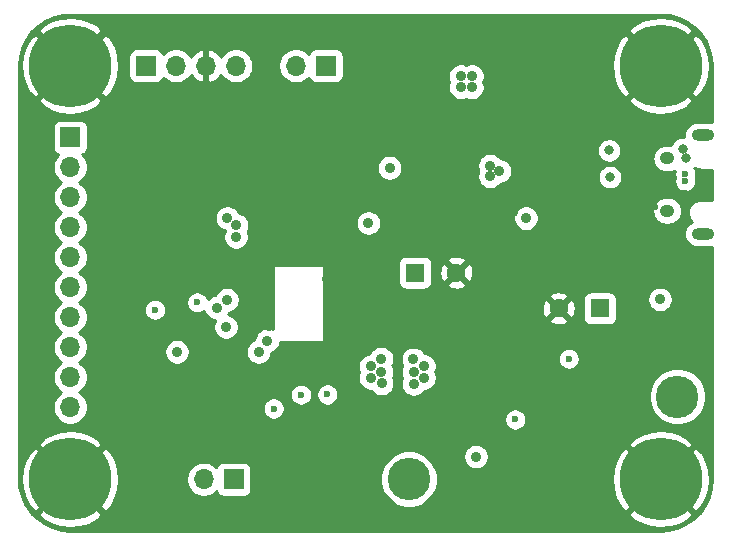
<source format=gbr>
%TF.GenerationSoftware,KiCad,Pcbnew,5.1.6*%
%TF.CreationDate,2021-04-04T19:37:59+02:00*%
%TF.ProjectId,teriyaki,74657269-7961-46b6-992e-6b696361645f,rev?*%
%TF.SameCoordinates,Original*%
%TF.FileFunction,Copper,L2,Inr*%
%TF.FilePolarity,Positive*%
%FSLAX46Y46*%
G04 Gerber Fmt 4.6, Leading zero omitted, Abs format (unit mm)*
G04 Created by KiCad (PCBNEW 5.1.6) date 2021-04-04 19:37:59*
%MOMM*%
%LPD*%
G01*
G04 APERTURE LIST*
%TA.AperFunction,ViaPad*%
%ADD10O,1.700000X1.700000*%
%TD*%
%TA.AperFunction,ViaPad*%
%ADD11R,1.700000X1.700000*%
%TD*%
%TA.AperFunction,ViaPad*%
%ADD12C,0.800000*%
%TD*%
%TA.AperFunction,ViaPad*%
%ADD13C,7.000000*%
%TD*%
%TA.AperFunction,ViaPad*%
%ADD14C,1.600000*%
%TD*%
%TA.AperFunction,ViaPad*%
%ADD15R,1.600000X1.600000*%
%TD*%
%TA.AperFunction,ViaPad*%
%ADD16O,1.900000X1.000000*%
%TD*%
%TA.AperFunction,ViaPad*%
%ADD17O,1.250000X1.050000*%
%TD*%
%TA.AperFunction,ViaPad*%
%ADD18C,3.600000*%
%TD*%
%TA.AperFunction,ViaPad*%
%ADD19C,0.900000*%
%TD*%
%TA.AperFunction,ViaPad*%
%ADD20C,0.600000*%
%TD*%
%TA.AperFunction,Conductor*%
%ADD21C,0.254000*%
%TD*%
G04 APERTURE END LIST*
D10*
%TO.N,GPIO_PC4*%
%TO.C,J3*%
X92000000Y-118600000D03*
%TO.N,GPIO_PB7*%
X92000000Y-116060000D03*
%TO.N,GPIO_PB6*%
X92000000Y-113520000D03*
%TO.N,GPIO_PB5*%
X92000000Y-110980000D03*
%TO.N,GPIO_PB4*%
X92000000Y-108440000D03*
%TO.N,GPIO_PB3*%
X92000000Y-105900000D03*
%TO.N,TIM2_CH2*%
X92000000Y-103360000D03*
%TO.N,TIM3_CH1*%
X92000000Y-100820000D03*
%TO.N,TIM2_CH1*%
X92000000Y-98280000D03*
D11*
%TO.N,TIM3_CH2*%
X92000000Y-95740000D03*
%TD*%
D10*
%TO.N,I2C_SCL*%
%TO.C,J4*%
X103300000Y-124700000D03*
D11*
%TO.N,I2C_SDA*%
X105840000Y-124700000D03*
%TD*%
D12*
%TO.N,GND*%
%TO.C,H3*%
X93856155Y-122843845D03*
X92000000Y-122075000D03*
X90143845Y-122843845D03*
X89375000Y-124700000D03*
X90143845Y-126556155D03*
X92000000Y-127325000D03*
X93856155Y-126556155D03*
X94625000Y-124700000D03*
D13*
X92000000Y-124700000D03*
%TD*%
D12*
%TO.N,GND*%
%TO.C,H4*%
X143856155Y-87843845D03*
X142000000Y-87075000D03*
X140143845Y-87843845D03*
X139375000Y-89700000D03*
X140143845Y-91556155D03*
X142000000Y-92325000D03*
X143856155Y-91556155D03*
X144625000Y-89700000D03*
D13*
X142000000Y-89700000D03*
%TD*%
D12*
%TO.N,GND*%
%TO.C,H2*%
X93856155Y-87843845D03*
X92000000Y-87075000D03*
X90143845Y-87843845D03*
X89375000Y-89700000D03*
X90143845Y-91556155D03*
X92000000Y-92325000D03*
X93856155Y-91556155D03*
X94625000Y-89700000D03*
D13*
X92000000Y-89700000D03*
%TD*%
D12*
%TO.N,GND*%
%TO.C,H1*%
X143856155Y-122843845D03*
X142000000Y-122075000D03*
X140143845Y-122843845D03*
X139375000Y-124700000D03*
X140143845Y-126556155D03*
X142000000Y-127325000D03*
X143856155Y-126556155D03*
X144625000Y-124700000D03*
D13*
X142000000Y-124700000D03*
%TD*%
D14*
%TO.N,GND*%
%TO.C,C2*%
X133350000Y-110236000D03*
D15*
%TO.N,REG_VIN*%
X136850000Y-110236000D03*
%TD*%
D14*
%TO.N,GND*%
%TO.C,C7*%
X124700000Y-107200000D03*
D15*
%TO.N,+3V3*%
X121200000Y-107200000D03*
%TD*%
D16*
%TO.N,Net-(J1-Pad6)*%
%TO.C,J1*%
X145550000Y-95575000D03*
X145550000Y-103925000D03*
D17*
X142550000Y-97525000D03*
X142550000Y-101975000D03*
%TD*%
D10*
%TO.N,STM8_TX*%
%TO.C,J2*%
X111120000Y-89680000D03*
D11*
%TO.N,STM8_RX*%
X113660000Y-89680000D03*
%TD*%
D10*
%TO.N,STM8_NRST*%
%TO.C,J_SWIM1*%
X106035000Y-89700000D03*
%TO.N,GND*%
X103495000Y-89700000D03*
%TO.N,STM8_SWIM*%
X100955000Y-89700000D03*
D11*
%TO.N,+3V3*%
X98415000Y-89700000D03*
%TD*%
D18*
%TO.N,+3V3*%
%TO.C,TP1*%
X120680000Y-124690000D03*
%TD*%
%TO.N,REG_VIN*%
%TO.C,TP2*%
X143400000Y-117700000D03*
%TD*%
D19*
%TO.N,GND*%
X143992600Y-109474000D03*
%TO.N,REG_VIN*%
X141935200Y-109474000D03*
%TO.N,+3V3*%
X107952400Y-113899200D03*
X101043600Y-113899200D03*
D12*
%TO.N,GND*%
X139776200Y-96873060D03*
X144068800Y-101600000D03*
D20*
X144050002Y-100482400D03*
X141681200Y-100533200D03*
X141483637Y-101633285D03*
D12*
X141097000Y-101015800D03*
D19*
X128295400Y-109753400D03*
X129260600Y-109753400D03*
X130200400Y-109753400D03*
X127584200Y-110439200D03*
X132969000Y-122504200D03*
X133908800Y-122529600D03*
X134848600Y-122529600D03*
X135788400Y-122529600D03*
X136728200Y-122529600D03*
X137668000Y-122504200D03*
X132054600Y-122504200D03*
X139903200Y-117957600D03*
X139217400Y-118592600D03*
X138277600Y-118643400D03*
X132130800Y-115671600D03*
X126769800Y-119958800D03*
X127658800Y-119019000D03*
X108816000Y-111740200D03*
X108816000Y-110775000D03*
X113794400Y-108692200D03*
X113769000Y-107752400D03*
X102600000Y-102900000D03*
X129489200Y-102057200D03*
X132334000Y-94843600D03*
X130632200Y-94869000D03*
X110540000Y-125287600D03*
X112673400Y-125287600D03*
X114841400Y-125343000D03*
X130200000Y-107200000D03*
X137700000Y-103900000D03*
X116100000Y-93900000D03*
X116100000Y-96300000D03*
X102500000Y-103850000D03*
X103500000Y-102550000D03*
X125900000Y-88950000D03*
X126700000Y-88410000D03*
X134170000Y-89450000D03*
X133800000Y-88400000D03*
X131770000Y-88280000D03*
X129750000Y-88280000D03*
X127800000Y-88260000D03*
D20*
X126900000Y-94700000D03*
X127580000Y-94720000D03*
D19*
%TO.N,+3V3*%
X130600000Y-102600000D03*
X118338600Y-115620800D03*
X118364000Y-116586000D03*
X121081800Y-115620800D03*
X121081800Y-116611400D03*
X117449600Y-115138200D03*
X117449600Y-116128800D03*
X121970800Y-116103400D03*
X121945400Y-115112800D03*
X121056400Y-114554000D03*
X118338600Y-114477800D03*
X126363400Y-122778200D03*
X105310800Y-102570800D03*
X106072800Y-103205800D03*
X106047400Y-104171000D03*
X127533400Y-98145600D03*
X127533400Y-99060000D03*
X128346200Y-98602800D03*
X126009400Y-90576400D03*
X126009400Y-91516200D03*
X125069600Y-90576400D03*
X125069600Y-91516200D03*
D12*
%TO.N,REG_VIN*%
X137693400Y-99110800D03*
X144100000Y-97500000D03*
X143865600Y-96723200D03*
X143865600Y-96723200D03*
X143865600Y-96723200D03*
X143865600Y-96723200D03*
X143865600Y-96723200D03*
X137637818Y-96850200D03*
D20*
X144068800Y-98831400D03*
X144068800Y-99441000D03*
%TO.N,REG_FEEDBACK*%
X129680000Y-119640000D03*
X134220000Y-114500000D03*
D19*
%TO.N,STM8_RX*%
X105206272Y-111798829D03*
X119040000Y-98330000D03*
%TO.N,STM8_TX*%
X117250000Y-103000000D03*
X108690000Y-112960000D03*
D20*
%TO.N,TIM3_CH1*%
X113770000Y-117520000D03*
%TO.N,GPIO_PB6*%
X111540000Y-117530000D03*
X102750000Y-109720000D03*
%TO.N,GPIO_PB7*%
X109220000Y-118710000D03*
X99180000Y-110350000D03*
D19*
%TO.N,STM8_SWIM*%
X104411370Y-110161825D03*
%TO.N,STM8_NRST*%
X105290000Y-109500000D03*
%TD*%
D21*
%TO.N,GND*%
G36*
X142768083Y-85431173D02*
G01*
X143511891Y-85634656D01*
X144207905Y-85966638D01*
X144834130Y-86416626D01*
X145370777Y-86970403D01*
X145800871Y-87610451D01*
X146110829Y-88316553D01*
X146292065Y-89071457D01*
X146340001Y-89724220D01*
X146340000Y-94492067D01*
X146222499Y-94456423D01*
X146055752Y-94440000D01*
X145044248Y-94440000D01*
X144877501Y-94456423D01*
X144663553Y-94521324D01*
X144466377Y-94626716D01*
X144293551Y-94768551D01*
X144151716Y-94941377D01*
X144046324Y-95138553D01*
X143981423Y-95352501D01*
X143959509Y-95575000D01*
X143970720Y-95688833D01*
X143967539Y-95688200D01*
X143763661Y-95688200D01*
X143563702Y-95727974D01*
X143375344Y-95805995D01*
X143205826Y-95919263D01*
X143061663Y-96063426D01*
X142948395Y-96232944D01*
X142885700Y-96384303D01*
X142877400Y-96381785D01*
X142706979Y-96365000D01*
X142393021Y-96365000D01*
X142222600Y-96381785D01*
X142003940Y-96448115D01*
X141802421Y-96555829D01*
X141625788Y-96700788D01*
X141480829Y-96877421D01*
X141373115Y-97078940D01*
X141306785Y-97297600D01*
X141284388Y-97525000D01*
X141306785Y-97752400D01*
X141373115Y-97971060D01*
X141480829Y-98172579D01*
X141625788Y-98349212D01*
X141802421Y-98494171D01*
X142003940Y-98601885D01*
X142222600Y-98668215D01*
X142393021Y-98685000D01*
X142706979Y-98685000D01*
X142877400Y-98668215D01*
X143096060Y-98601885D01*
X143168878Y-98562963D01*
X143133800Y-98739311D01*
X143133800Y-98923489D01*
X143169732Y-99104129D01*
X143183016Y-99136200D01*
X143169732Y-99168271D01*
X143133800Y-99348911D01*
X143133800Y-99533089D01*
X143169732Y-99713729D01*
X143240214Y-99883889D01*
X143342538Y-100037028D01*
X143472772Y-100167262D01*
X143625911Y-100269586D01*
X143796071Y-100340068D01*
X143976711Y-100376000D01*
X144160889Y-100376000D01*
X144341529Y-100340068D01*
X144511689Y-100269586D01*
X144664828Y-100167262D01*
X144795062Y-100037028D01*
X144897386Y-99883889D01*
X144967868Y-99713729D01*
X145003800Y-99533089D01*
X145003800Y-99348911D01*
X144967868Y-99168271D01*
X144954584Y-99136200D01*
X144967868Y-99104129D01*
X145003800Y-98923489D01*
X145003800Y-98739311D01*
X144967868Y-98558671D01*
X144897386Y-98388511D01*
X144856101Y-98326723D01*
X144859810Y-98329263D01*
X144868223Y-98333812D01*
X144941459Y-98372752D01*
X144998866Y-98396413D01*
X145055920Y-98420867D01*
X145065054Y-98423694D01*
X145065061Y-98423697D01*
X145065069Y-98423699D01*
X145144461Y-98447669D01*
X145205337Y-98459723D01*
X145266095Y-98472637D01*
X145275607Y-98473637D01*
X145358157Y-98481731D01*
X145358163Y-98481731D01*
X145391353Y-98485000D01*
X146315001Y-98485000D01*
X146315000Y-101015000D01*
X145391353Y-101015000D01*
X145357737Y-101018311D01*
X145352220Y-101018311D01*
X145342708Y-101019310D01*
X145307523Y-101023257D01*
X145290717Y-101024912D01*
X145289515Y-101025277D01*
X145260280Y-101028556D01*
X145199514Y-101041472D01*
X145138654Y-101053523D01*
X145129518Y-101056351D01*
X145129512Y-101056352D01*
X145129507Y-101056354D01*
X145050454Y-101081431D01*
X144993382Y-101105892D01*
X144935984Y-101129550D01*
X144927578Y-101134095D01*
X144927575Y-101134096D01*
X144927573Y-101134097D01*
X144927570Y-101134099D01*
X144854884Y-101174059D01*
X144803653Y-101209138D01*
X144751951Y-101243489D01*
X144744581Y-101249585D01*
X144681041Y-101302901D01*
X144637602Y-101347259D01*
X144593546Y-101391009D01*
X144587501Y-101398421D01*
X144535527Y-101463064D01*
X144501542Y-101514999D01*
X144466816Y-101566483D01*
X144462326Y-101574928D01*
X144423898Y-101648434D01*
X144400640Y-101705999D01*
X144376582Y-101763232D01*
X144373817Y-101772388D01*
X144350398Y-101851959D01*
X144338760Y-101912969D01*
X144326281Y-101973758D01*
X144325347Y-101983276D01*
X144317830Y-102065880D01*
X144318263Y-102127968D01*
X144317830Y-102190057D01*
X144318763Y-102199576D01*
X144327434Y-102282066D01*
X144339920Y-102342891D01*
X144351550Y-102403857D01*
X144354314Y-102413013D01*
X144378841Y-102492249D01*
X144402894Y-102549469D01*
X144426159Y-102607052D01*
X144430649Y-102615497D01*
X144470100Y-102688460D01*
X144504821Y-102739936D01*
X144538810Y-102791877D01*
X144544854Y-102799289D01*
X144597726Y-102863200D01*
X144626078Y-102891355D01*
X144466377Y-102976716D01*
X144293551Y-103118551D01*
X144151716Y-103291377D01*
X144046324Y-103488553D01*
X143981423Y-103702501D01*
X143959509Y-103925000D01*
X143981423Y-104147499D01*
X144046324Y-104361447D01*
X144151716Y-104558623D01*
X144293551Y-104731449D01*
X144466377Y-104873284D01*
X144663553Y-104978676D01*
X144877501Y-105043577D01*
X145044248Y-105060000D01*
X146055752Y-105060000D01*
X146222499Y-105043577D01*
X146340001Y-105007933D01*
X146340000Y-124670608D01*
X146268827Y-125468083D01*
X146065344Y-126211890D01*
X145733363Y-126907904D01*
X145283374Y-127534130D01*
X144729597Y-128070777D01*
X144089549Y-128500871D01*
X143383447Y-128810829D01*
X142628543Y-128992065D01*
X141975793Y-129040000D01*
X92029392Y-129040000D01*
X91231917Y-128968827D01*
X90488110Y-128765344D01*
X89792096Y-128433363D01*
X89165870Y-127983374D01*
X88808073Y-127614155D01*
X89265450Y-127614155D01*
X89661634Y-128134550D01*
X90376612Y-128524748D01*
X91153976Y-128767964D01*
X91963853Y-128854851D01*
X92775118Y-128782069D01*
X93556597Y-128552415D01*
X94278256Y-128174715D01*
X94338366Y-128134550D01*
X94734550Y-127614155D01*
X139265450Y-127614155D01*
X139661634Y-128134550D01*
X140376612Y-128524748D01*
X141153976Y-128767964D01*
X141963853Y-128854851D01*
X142775118Y-128782069D01*
X143556597Y-128552415D01*
X144278256Y-128174715D01*
X144338366Y-128134550D01*
X144734550Y-127614155D01*
X142000000Y-124879605D01*
X139265450Y-127614155D01*
X94734550Y-127614155D01*
X92000000Y-124879605D01*
X89265450Y-127614155D01*
X88808073Y-127614155D01*
X88629223Y-127429597D01*
X88199129Y-126789549D01*
X87889171Y-126083447D01*
X87707935Y-125328543D01*
X87660000Y-124675793D01*
X87660000Y-124663853D01*
X87845149Y-124663853D01*
X87917931Y-125475118D01*
X88147585Y-126256597D01*
X88525285Y-126978256D01*
X88565450Y-127038366D01*
X89085845Y-127434550D01*
X91820395Y-124700000D01*
X92179605Y-124700000D01*
X94914155Y-127434550D01*
X95434550Y-127038366D01*
X95824748Y-126323388D01*
X96067964Y-125546024D01*
X96154851Y-124736147D01*
X96138487Y-124553740D01*
X101815000Y-124553740D01*
X101815000Y-124846260D01*
X101872068Y-125133158D01*
X101984010Y-125403411D01*
X102146525Y-125646632D01*
X102353368Y-125853475D01*
X102596589Y-126015990D01*
X102866842Y-126127932D01*
X103153740Y-126185000D01*
X103446260Y-126185000D01*
X103733158Y-126127932D01*
X104003411Y-126015990D01*
X104246632Y-125853475D01*
X104378487Y-125721620D01*
X104400498Y-125794180D01*
X104459463Y-125904494D01*
X104538815Y-126001185D01*
X104635506Y-126080537D01*
X104745820Y-126139502D01*
X104865518Y-126175812D01*
X104990000Y-126188072D01*
X106690000Y-126188072D01*
X106814482Y-126175812D01*
X106934180Y-126139502D01*
X107044494Y-126080537D01*
X107141185Y-126001185D01*
X107220537Y-125904494D01*
X107279502Y-125794180D01*
X107315812Y-125674482D01*
X107328072Y-125550000D01*
X107328072Y-124450173D01*
X118245000Y-124450173D01*
X118245000Y-124929827D01*
X118338576Y-125400263D01*
X118522131Y-125843405D01*
X118788612Y-126242222D01*
X119127778Y-126581388D01*
X119526595Y-126847869D01*
X119969737Y-127031424D01*
X120440173Y-127125000D01*
X120919827Y-127125000D01*
X121390263Y-127031424D01*
X121833405Y-126847869D01*
X122232222Y-126581388D01*
X122571388Y-126242222D01*
X122837869Y-125843405D01*
X123021424Y-125400263D01*
X123115000Y-124929827D01*
X123115000Y-124663853D01*
X137845149Y-124663853D01*
X137917931Y-125475118D01*
X138147585Y-126256597D01*
X138525285Y-126978256D01*
X138565450Y-127038366D01*
X139085845Y-127434550D01*
X141820395Y-124700000D01*
X142179605Y-124700000D01*
X144914155Y-127434550D01*
X145434550Y-127038366D01*
X145824748Y-126323388D01*
X146067964Y-125546024D01*
X146154851Y-124736147D01*
X146082069Y-123924882D01*
X145852415Y-123143403D01*
X145474715Y-122421744D01*
X145434550Y-122361634D01*
X144914155Y-121965450D01*
X142179605Y-124700000D01*
X141820395Y-124700000D01*
X139085845Y-121965450D01*
X138565450Y-122361634D01*
X138175252Y-123076612D01*
X137932036Y-123853976D01*
X137845149Y-124663853D01*
X123115000Y-124663853D01*
X123115000Y-124450173D01*
X123021424Y-123979737D01*
X122837869Y-123536595D01*
X122571388Y-123137778D01*
X122232222Y-122798612D01*
X122041742Y-122671337D01*
X125278400Y-122671337D01*
X125278400Y-122885063D01*
X125320096Y-123094683D01*
X125401885Y-123292140D01*
X125520625Y-123469847D01*
X125671753Y-123620975D01*
X125849460Y-123739715D01*
X126046917Y-123821504D01*
X126256537Y-123863200D01*
X126470263Y-123863200D01*
X126679883Y-123821504D01*
X126877340Y-123739715D01*
X127055047Y-123620975D01*
X127206175Y-123469847D01*
X127324915Y-123292140D01*
X127406704Y-123094683D01*
X127448400Y-122885063D01*
X127448400Y-122671337D01*
X127406704Y-122461717D01*
X127324915Y-122264260D01*
X127206175Y-122086553D01*
X127055047Y-121935425D01*
X126877340Y-121816685D01*
X126802886Y-121785845D01*
X139265450Y-121785845D01*
X142000000Y-124520395D01*
X144734550Y-121785845D01*
X144338366Y-121265450D01*
X143623388Y-120875252D01*
X142846024Y-120632036D01*
X142036147Y-120545149D01*
X141224882Y-120617931D01*
X140443403Y-120847585D01*
X139721744Y-121225285D01*
X139661634Y-121265450D01*
X139265450Y-121785845D01*
X126802886Y-121785845D01*
X126679883Y-121734896D01*
X126470263Y-121693200D01*
X126256537Y-121693200D01*
X126046917Y-121734896D01*
X125849460Y-121816685D01*
X125671753Y-121935425D01*
X125520625Y-122086553D01*
X125401885Y-122264260D01*
X125320096Y-122461717D01*
X125278400Y-122671337D01*
X122041742Y-122671337D01*
X121833405Y-122532131D01*
X121390263Y-122348576D01*
X120919827Y-122255000D01*
X120440173Y-122255000D01*
X119969737Y-122348576D01*
X119526595Y-122532131D01*
X119127778Y-122798612D01*
X118788612Y-123137778D01*
X118522131Y-123536595D01*
X118338576Y-123979737D01*
X118245000Y-124450173D01*
X107328072Y-124450173D01*
X107328072Y-123850000D01*
X107315812Y-123725518D01*
X107279502Y-123605820D01*
X107220537Y-123495506D01*
X107141185Y-123398815D01*
X107044494Y-123319463D01*
X106934180Y-123260498D01*
X106814482Y-123224188D01*
X106690000Y-123211928D01*
X104990000Y-123211928D01*
X104865518Y-123224188D01*
X104745820Y-123260498D01*
X104635506Y-123319463D01*
X104538815Y-123398815D01*
X104459463Y-123495506D01*
X104400498Y-123605820D01*
X104378487Y-123678380D01*
X104246632Y-123546525D01*
X104003411Y-123384010D01*
X103733158Y-123272068D01*
X103446260Y-123215000D01*
X103153740Y-123215000D01*
X102866842Y-123272068D01*
X102596589Y-123384010D01*
X102353368Y-123546525D01*
X102146525Y-123753368D01*
X101984010Y-123996589D01*
X101872068Y-124266842D01*
X101815000Y-124553740D01*
X96138487Y-124553740D01*
X96082069Y-123924882D01*
X95852415Y-123143403D01*
X95474715Y-122421744D01*
X95434550Y-122361634D01*
X94914155Y-121965450D01*
X92179605Y-124700000D01*
X91820395Y-124700000D01*
X89085845Y-121965450D01*
X88565450Y-122361634D01*
X88175252Y-123076612D01*
X87932036Y-123853976D01*
X87845149Y-124663853D01*
X87660000Y-124663853D01*
X87660000Y-121785845D01*
X89265450Y-121785845D01*
X92000000Y-124520395D01*
X94734550Y-121785845D01*
X94338366Y-121265450D01*
X93623388Y-120875252D01*
X92846024Y-120632036D01*
X92036147Y-120545149D01*
X91224882Y-120617931D01*
X90443403Y-120847585D01*
X89721744Y-121225285D01*
X89661634Y-121265450D01*
X89265450Y-121785845D01*
X87660000Y-121785845D01*
X87660000Y-94890000D01*
X90511928Y-94890000D01*
X90511928Y-96590000D01*
X90524188Y-96714482D01*
X90560498Y-96834180D01*
X90619463Y-96944494D01*
X90698815Y-97041185D01*
X90795506Y-97120537D01*
X90905820Y-97179502D01*
X90978380Y-97201513D01*
X90846525Y-97333368D01*
X90684010Y-97576589D01*
X90572068Y-97846842D01*
X90515000Y-98133740D01*
X90515000Y-98426260D01*
X90572068Y-98713158D01*
X90684010Y-98983411D01*
X90846525Y-99226632D01*
X91053368Y-99433475D01*
X91227760Y-99550000D01*
X91053368Y-99666525D01*
X90846525Y-99873368D01*
X90684010Y-100116589D01*
X90572068Y-100386842D01*
X90515000Y-100673740D01*
X90515000Y-100966260D01*
X90572068Y-101253158D01*
X90684010Y-101523411D01*
X90846525Y-101766632D01*
X91053368Y-101973475D01*
X91227760Y-102090000D01*
X91053368Y-102206525D01*
X90846525Y-102413368D01*
X90684010Y-102656589D01*
X90572068Y-102926842D01*
X90515000Y-103213740D01*
X90515000Y-103506260D01*
X90572068Y-103793158D01*
X90684010Y-104063411D01*
X90846525Y-104306632D01*
X91053368Y-104513475D01*
X91227760Y-104630000D01*
X91053368Y-104746525D01*
X90846525Y-104953368D01*
X90684010Y-105196589D01*
X90572068Y-105466842D01*
X90515000Y-105753740D01*
X90515000Y-106046260D01*
X90572068Y-106333158D01*
X90684010Y-106603411D01*
X90846525Y-106846632D01*
X91053368Y-107053475D01*
X91227760Y-107170000D01*
X91053368Y-107286525D01*
X90846525Y-107493368D01*
X90684010Y-107736589D01*
X90572068Y-108006842D01*
X90515000Y-108293740D01*
X90515000Y-108586260D01*
X90572068Y-108873158D01*
X90684010Y-109143411D01*
X90846525Y-109386632D01*
X91053368Y-109593475D01*
X91227760Y-109710000D01*
X91053368Y-109826525D01*
X90846525Y-110033368D01*
X90684010Y-110276589D01*
X90572068Y-110546842D01*
X90515000Y-110833740D01*
X90515000Y-111126260D01*
X90572068Y-111413158D01*
X90684010Y-111683411D01*
X90846525Y-111926632D01*
X91053368Y-112133475D01*
X91227760Y-112250000D01*
X91053368Y-112366525D01*
X90846525Y-112573368D01*
X90684010Y-112816589D01*
X90572068Y-113086842D01*
X90515000Y-113373740D01*
X90515000Y-113666260D01*
X90572068Y-113953158D01*
X90684010Y-114223411D01*
X90846525Y-114466632D01*
X91053368Y-114673475D01*
X91227760Y-114790000D01*
X91053368Y-114906525D01*
X90846525Y-115113368D01*
X90684010Y-115356589D01*
X90572068Y-115626842D01*
X90515000Y-115913740D01*
X90515000Y-116206260D01*
X90572068Y-116493158D01*
X90684010Y-116763411D01*
X90846525Y-117006632D01*
X91053368Y-117213475D01*
X91227760Y-117330000D01*
X91053368Y-117446525D01*
X90846525Y-117653368D01*
X90684010Y-117896589D01*
X90572068Y-118166842D01*
X90515000Y-118453740D01*
X90515000Y-118746260D01*
X90572068Y-119033158D01*
X90684010Y-119303411D01*
X90846525Y-119546632D01*
X91053368Y-119753475D01*
X91296589Y-119915990D01*
X91566842Y-120027932D01*
X91853740Y-120085000D01*
X92146260Y-120085000D01*
X92433158Y-120027932D01*
X92703411Y-119915990D01*
X92946632Y-119753475D01*
X93153475Y-119546632D01*
X93315990Y-119303411D01*
X93427932Y-119033158D01*
X93485000Y-118746260D01*
X93485000Y-118617911D01*
X108285000Y-118617911D01*
X108285000Y-118802089D01*
X108320932Y-118982729D01*
X108391414Y-119152889D01*
X108493738Y-119306028D01*
X108623972Y-119436262D01*
X108777111Y-119538586D01*
X108947271Y-119609068D01*
X109127911Y-119645000D01*
X109312089Y-119645000D01*
X109492729Y-119609068D01*
X109640376Y-119547911D01*
X128745000Y-119547911D01*
X128745000Y-119732089D01*
X128780932Y-119912729D01*
X128851414Y-120082889D01*
X128953738Y-120236028D01*
X129083972Y-120366262D01*
X129237111Y-120468586D01*
X129407271Y-120539068D01*
X129587911Y-120575000D01*
X129772089Y-120575000D01*
X129952729Y-120539068D01*
X130122889Y-120468586D01*
X130276028Y-120366262D01*
X130406262Y-120236028D01*
X130508586Y-120082889D01*
X130579068Y-119912729D01*
X130615000Y-119732089D01*
X130615000Y-119547911D01*
X130579068Y-119367271D01*
X130508586Y-119197111D01*
X130406262Y-119043972D01*
X130276028Y-118913738D01*
X130122889Y-118811414D01*
X129952729Y-118740932D01*
X129772089Y-118705000D01*
X129587911Y-118705000D01*
X129407271Y-118740932D01*
X129237111Y-118811414D01*
X129083972Y-118913738D01*
X128953738Y-119043972D01*
X128851414Y-119197111D01*
X128780932Y-119367271D01*
X128745000Y-119547911D01*
X109640376Y-119547911D01*
X109662889Y-119538586D01*
X109816028Y-119436262D01*
X109946262Y-119306028D01*
X110048586Y-119152889D01*
X110119068Y-118982729D01*
X110155000Y-118802089D01*
X110155000Y-118617911D01*
X110119068Y-118437271D01*
X110048586Y-118267111D01*
X109946262Y-118113972D01*
X109816028Y-117983738D01*
X109662889Y-117881414D01*
X109492729Y-117810932D01*
X109312089Y-117775000D01*
X109127911Y-117775000D01*
X108947271Y-117810932D01*
X108777111Y-117881414D01*
X108623972Y-117983738D01*
X108493738Y-118113972D01*
X108391414Y-118267111D01*
X108320932Y-118437271D01*
X108285000Y-118617911D01*
X93485000Y-118617911D01*
X93485000Y-118453740D01*
X93427932Y-118166842D01*
X93315990Y-117896589D01*
X93153475Y-117653368D01*
X92946632Y-117446525D01*
X92933741Y-117437911D01*
X110605000Y-117437911D01*
X110605000Y-117622089D01*
X110640932Y-117802729D01*
X110711414Y-117972889D01*
X110813738Y-118126028D01*
X110943972Y-118256262D01*
X111097111Y-118358586D01*
X111267271Y-118429068D01*
X111447911Y-118465000D01*
X111632089Y-118465000D01*
X111812729Y-118429068D01*
X111982889Y-118358586D01*
X112136028Y-118256262D01*
X112266262Y-118126028D01*
X112368586Y-117972889D01*
X112439068Y-117802729D01*
X112475000Y-117622089D01*
X112475000Y-117437911D01*
X112473011Y-117427911D01*
X112835000Y-117427911D01*
X112835000Y-117612089D01*
X112870932Y-117792729D01*
X112941414Y-117962889D01*
X113043738Y-118116028D01*
X113173972Y-118246262D01*
X113327111Y-118348586D01*
X113497271Y-118419068D01*
X113677911Y-118455000D01*
X113862089Y-118455000D01*
X114042729Y-118419068D01*
X114212889Y-118348586D01*
X114366028Y-118246262D01*
X114496262Y-118116028D01*
X114598586Y-117962889D01*
X114669068Y-117792729D01*
X114705000Y-117612089D01*
X114705000Y-117427911D01*
X114669068Y-117247271D01*
X114598586Y-117077111D01*
X114496262Y-116923972D01*
X114366028Y-116793738D01*
X114212889Y-116691414D01*
X114042729Y-116620932D01*
X113862089Y-116585000D01*
X113677911Y-116585000D01*
X113497271Y-116620932D01*
X113327111Y-116691414D01*
X113173972Y-116793738D01*
X113043738Y-116923972D01*
X112941414Y-117077111D01*
X112870932Y-117247271D01*
X112835000Y-117427911D01*
X112473011Y-117427911D01*
X112439068Y-117257271D01*
X112368586Y-117087111D01*
X112266262Y-116933972D01*
X112136028Y-116803738D01*
X111982889Y-116701414D01*
X111812729Y-116630932D01*
X111632089Y-116595000D01*
X111447911Y-116595000D01*
X111267271Y-116630932D01*
X111097111Y-116701414D01*
X110943972Y-116803738D01*
X110813738Y-116933972D01*
X110711414Y-117087111D01*
X110640932Y-117257271D01*
X110605000Y-117437911D01*
X92933741Y-117437911D01*
X92772240Y-117330000D01*
X92946632Y-117213475D01*
X93153475Y-117006632D01*
X93315990Y-116763411D01*
X93427932Y-116493158D01*
X93485000Y-116206260D01*
X93485000Y-115913740D01*
X93427932Y-115626842D01*
X93315990Y-115356589D01*
X93153475Y-115113368D01*
X93071444Y-115031337D01*
X116364600Y-115031337D01*
X116364600Y-115245063D01*
X116406296Y-115454683D01*
X116480364Y-115633500D01*
X116406296Y-115812317D01*
X116364600Y-116021937D01*
X116364600Y-116235663D01*
X116406296Y-116445283D01*
X116488085Y-116642740D01*
X116606825Y-116820447D01*
X116757953Y-116971575D01*
X116935660Y-117090315D01*
X117133117Y-117172104D01*
X117342737Y-117213800D01*
X117478564Y-117213800D01*
X117521225Y-117277647D01*
X117672353Y-117428775D01*
X117850060Y-117547515D01*
X118047517Y-117629304D01*
X118257137Y-117671000D01*
X118470863Y-117671000D01*
X118680483Y-117629304D01*
X118877940Y-117547515D01*
X119055647Y-117428775D01*
X119206775Y-117277647D01*
X119325515Y-117099940D01*
X119407304Y-116902483D01*
X119449000Y-116692863D01*
X119449000Y-116479137D01*
X119407304Y-116269517D01*
X119325796Y-116072739D01*
X119381904Y-115937283D01*
X119423600Y-115727663D01*
X119423600Y-115513937D01*
X119381904Y-115304317D01*
X119300115Y-115106860D01*
X119261655Y-115049300D01*
X119300115Y-114991740D01*
X119381904Y-114794283D01*
X119423600Y-114584663D01*
X119423600Y-114447137D01*
X119971400Y-114447137D01*
X119971400Y-114660863D01*
X120013096Y-114870483D01*
X120094885Y-115067940D01*
X120120588Y-115106407D01*
X120120285Y-115106860D01*
X120038496Y-115304317D01*
X119996800Y-115513937D01*
X119996800Y-115727663D01*
X120038496Y-115937283D01*
X120112564Y-116116100D01*
X120038496Y-116294917D01*
X119996800Y-116504537D01*
X119996800Y-116718263D01*
X120038496Y-116927883D01*
X120120285Y-117125340D01*
X120239025Y-117303047D01*
X120390153Y-117454175D01*
X120567860Y-117572915D01*
X120765317Y-117654704D01*
X120974937Y-117696400D01*
X121188663Y-117696400D01*
X121398283Y-117654704D01*
X121595740Y-117572915D01*
X121764470Y-117460173D01*
X140965000Y-117460173D01*
X140965000Y-117939827D01*
X141058576Y-118410263D01*
X141242131Y-118853405D01*
X141508612Y-119252222D01*
X141847778Y-119591388D01*
X142246595Y-119857869D01*
X142689737Y-120041424D01*
X143160173Y-120135000D01*
X143639827Y-120135000D01*
X144110263Y-120041424D01*
X144553405Y-119857869D01*
X144952222Y-119591388D01*
X145291388Y-119252222D01*
X145557869Y-118853405D01*
X145741424Y-118410263D01*
X145835000Y-117939827D01*
X145835000Y-117460173D01*
X145741424Y-116989737D01*
X145557869Y-116546595D01*
X145291388Y-116147778D01*
X144952222Y-115808612D01*
X144553405Y-115542131D01*
X144110263Y-115358576D01*
X143639827Y-115265000D01*
X143160173Y-115265000D01*
X142689737Y-115358576D01*
X142246595Y-115542131D01*
X141847778Y-115808612D01*
X141508612Y-116147778D01*
X141242131Y-116546595D01*
X141058576Y-116989737D01*
X140965000Y-117460173D01*
X121764470Y-117460173D01*
X121773447Y-117454175D01*
X121924575Y-117303047D01*
X122001180Y-117188400D01*
X122077663Y-117188400D01*
X122287283Y-117146704D01*
X122484740Y-117064915D01*
X122662447Y-116946175D01*
X122813575Y-116795047D01*
X122932315Y-116617340D01*
X123014104Y-116419883D01*
X123055800Y-116210263D01*
X123055800Y-115996537D01*
X123014104Y-115786917D01*
X122932315Y-115589460D01*
X122926168Y-115580260D01*
X122988704Y-115429283D01*
X123030400Y-115219663D01*
X123030400Y-115005937D01*
X122988704Y-114796317D01*
X122906915Y-114598860D01*
X122788175Y-114421153D01*
X122774933Y-114407911D01*
X133285000Y-114407911D01*
X133285000Y-114592089D01*
X133320932Y-114772729D01*
X133391414Y-114942889D01*
X133493738Y-115096028D01*
X133623972Y-115226262D01*
X133777111Y-115328586D01*
X133947271Y-115399068D01*
X134127911Y-115435000D01*
X134312089Y-115435000D01*
X134492729Y-115399068D01*
X134662889Y-115328586D01*
X134816028Y-115226262D01*
X134946262Y-115096028D01*
X135048586Y-114942889D01*
X135119068Y-114772729D01*
X135155000Y-114592089D01*
X135155000Y-114407911D01*
X135119068Y-114227271D01*
X135048586Y-114057111D01*
X134946262Y-113903972D01*
X134816028Y-113773738D01*
X134662889Y-113671414D01*
X134492729Y-113600932D01*
X134312089Y-113565000D01*
X134127911Y-113565000D01*
X133947271Y-113600932D01*
X133777111Y-113671414D01*
X133623972Y-113773738D01*
X133493738Y-113903972D01*
X133391414Y-114057111D01*
X133320932Y-114227271D01*
X133285000Y-114407911D01*
X122774933Y-114407911D01*
X122637047Y-114270025D01*
X122459340Y-114151285D01*
X122261883Y-114069496D01*
X122052263Y-114027800D01*
X122009723Y-114027800D01*
X121899175Y-113862353D01*
X121748047Y-113711225D01*
X121570340Y-113592485D01*
X121372883Y-113510696D01*
X121163263Y-113469000D01*
X120949537Y-113469000D01*
X120739917Y-113510696D01*
X120542460Y-113592485D01*
X120364753Y-113711225D01*
X120213625Y-113862353D01*
X120094885Y-114040060D01*
X120013096Y-114237517D01*
X119971400Y-114447137D01*
X119423600Y-114447137D01*
X119423600Y-114370937D01*
X119381904Y-114161317D01*
X119300115Y-113963860D01*
X119181375Y-113786153D01*
X119030247Y-113635025D01*
X118852540Y-113516285D01*
X118655083Y-113434496D01*
X118445463Y-113392800D01*
X118231737Y-113392800D01*
X118022117Y-113434496D01*
X117824660Y-113516285D01*
X117646953Y-113635025D01*
X117495825Y-113786153D01*
X117377085Y-113963860D01*
X117339841Y-114053776D01*
X117133117Y-114094896D01*
X116935660Y-114176685D01*
X116757953Y-114295425D01*
X116606825Y-114446553D01*
X116488085Y-114624260D01*
X116406296Y-114821717D01*
X116364600Y-115031337D01*
X93071444Y-115031337D01*
X92946632Y-114906525D01*
X92772240Y-114790000D01*
X92946632Y-114673475D01*
X93153475Y-114466632D01*
X93315990Y-114223411D01*
X93427932Y-113953158D01*
X93459921Y-113792337D01*
X99958600Y-113792337D01*
X99958600Y-114006063D01*
X100000296Y-114215683D01*
X100082085Y-114413140D01*
X100200825Y-114590847D01*
X100351953Y-114741975D01*
X100529660Y-114860715D01*
X100727117Y-114942504D01*
X100936737Y-114984200D01*
X101150463Y-114984200D01*
X101360083Y-114942504D01*
X101557540Y-114860715D01*
X101735247Y-114741975D01*
X101886375Y-114590847D01*
X102005115Y-114413140D01*
X102086904Y-114215683D01*
X102128600Y-114006063D01*
X102128600Y-113792337D01*
X106867400Y-113792337D01*
X106867400Y-114006063D01*
X106909096Y-114215683D01*
X106990885Y-114413140D01*
X107109625Y-114590847D01*
X107260753Y-114741975D01*
X107438460Y-114860715D01*
X107635917Y-114942504D01*
X107845537Y-114984200D01*
X108059263Y-114984200D01*
X108268883Y-114942504D01*
X108466340Y-114860715D01*
X108644047Y-114741975D01*
X108795175Y-114590847D01*
X108913915Y-114413140D01*
X108995704Y-114215683D01*
X109037400Y-114006063D01*
X109037400Y-113990498D01*
X109203940Y-113921515D01*
X109381647Y-113802775D01*
X109532775Y-113651647D01*
X109651515Y-113473940D01*
X109733304Y-113276483D01*
X109768011Y-113102000D01*
X113325000Y-113102000D01*
X113349776Y-113099560D01*
X113373601Y-113092333D01*
X113395557Y-113080597D01*
X113414803Y-113064803D01*
X113430597Y-113045557D01*
X113442333Y-113023601D01*
X113449560Y-112999776D01*
X113452000Y-112975000D01*
X113452000Y-111228702D01*
X132536903Y-111228702D01*
X132608486Y-111472671D01*
X132863996Y-111593571D01*
X133138184Y-111662300D01*
X133420512Y-111676217D01*
X133700130Y-111634787D01*
X133966292Y-111539603D01*
X134091514Y-111472671D01*
X134163097Y-111228702D01*
X133350000Y-110415605D01*
X132536903Y-111228702D01*
X113452000Y-111228702D01*
X113452000Y-110306512D01*
X131909783Y-110306512D01*
X131951213Y-110586130D01*
X132046397Y-110852292D01*
X132113329Y-110977514D01*
X132357298Y-111049097D01*
X133170395Y-110236000D01*
X133529605Y-110236000D01*
X134342702Y-111049097D01*
X134586671Y-110977514D01*
X134707571Y-110722004D01*
X134776300Y-110447816D01*
X134790217Y-110165488D01*
X134748787Y-109885870D01*
X134653603Y-109619708D01*
X134586671Y-109494486D01*
X134387340Y-109436000D01*
X135411928Y-109436000D01*
X135411928Y-111036000D01*
X135424188Y-111160482D01*
X135460498Y-111280180D01*
X135519463Y-111390494D01*
X135598815Y-111487185D01*
X135695506Y-111566537D01*
X135805820Y-111625502D01*
X135925518Y-111661812D01*
X136050000Y-111674072D01*
X137650000Y-111674072D01*
X137774482Y-111661812D01*
X137894180Y-111625502D01*
X138004494Y-111566537D01*
X138101185Y-111487185D01*
X138180537Y-111390494D01*
X138239502Y-111280180D01*
X138275812Y-111160482D01*
X138288072Y-111036000D01*
X138288072Y-109436000D01*
X138281290Y-109367137D01*
X140850200Y-109367137D01*
X140850200Y-109580863D01*
X140891896Y-109790483D01*
X140973685Y-109987940D01*
X141092425Y-110165647D01*
X141243553Y-110316775D01*
X141421260Y-110435515D01*
X141618717Y-110517304D01*
X141828337Y-110559000D01*
X142042063Y-110559000D01*
X142251683Y-110517304D01*
X142449140Y-110435515D01*
X142626847Y-110316775D01*
X142777975Y-110165647D01*
X142896715Y-109987940D01*
X142978504Y-109790483D01*
X143020200Y-109580863D01*
X143020200Y-109367137D01*
X142978504Y-109157517D01*
X142896715Y-108960060D01*
X142777975Y-108782353D01*
X142626847Y-108631225D01*
X142449140Y-108512485D01*
X142251683Y-108430696D01*
X142042063Y-108389000D01*
X141828337Y-108389000D01*
X141618717Y-108430696D01*
X141421260Y-108512485D01*
X141243553Y-108631225D01*
X141092425Y-108782353D01*
X140973685Y-108960060D01*
X140891896Y-109157517D01*
X140850200Y-109367137D01*
X138281290Y-109367137D01*
X138275812Y-109311518D01*
X138239502Y-109191820D01*
X138180537Y-109081506D01*
X138101185Y-108984815D01*
X138004494Y-108905463D01*
X137894180Y-108846498D01*
X137774482Y-108810188D01*
X137650000Y-108797928D01*
X136050000Y-108797928D01*
X135925518Y-108810188D01*
X135805820Y-108846498D01*
X135695506Y-108905463D01*
X135598815Y-108984815D01*
X135519463Y-109081506D01*
X135460498Y-109191820D01*
X135424188Y-109311518D01*
X135411928Y-109436000D01*
X134387340Y-109436000D01*
X134342702Y-109422903D01*
X133529605Y-110236000D01*
X133170395Y-110236000D01*
X132357298Y-109422903D01*
X132113329Y-109494486D01*
X131992429Y-109749996D01*
X131923700Y-110024184D01*
X131909783Y-110306512D01*
X113452000Y-110306512D01*
X113452000Y-109243298D01*
X132536903Y-109243298D01*
X133350000Y-110056395D01*
X134163097Y-109243298D01*
X134091514Y-108999329D01*
X133836004Y-108878429D01*
X133561816Y-108809700D01*
X133279488Y-108795783D01*
X132999870Y-108837213D01*
X132733708Y-108932397D01*
X132608486Y-108999329D01*
X132536903Y-109243298D01*
X113452000Y-109243298D01*
X113452000Y-106675000D01*
X113449560Y-106650224D01*
X113442333Y-106626399D01*
X113430597Y-106604443D01*
X113414803Y-106585197D01*
X113395557Y-106569403D01*
X113373601Y-106557667D01*
X113349776Y-106550440D01*
X113325000Y-106548000D01*
X109275000Y-106548000D01*
X109250224Y-106550440D01*
X109226399Y-106557667D01*
X109204443Y-106569403D01*
X109185197Y-106585197D01*
X109169403Y-106604443D01*
X109157667Y-106626399D01*
X109150440Y-106650224D01*
X109148000Y-106675000D01*
X109148000Y-111975314D01*
X109006483Y-111916696D01*
X108796863Y-111875000D01*
X108583137Y-111875000D01*
X108373517Y-111916696D01*
X108176060Y-111998485D01*
X107998353Y-112117225D01*
X107847225Y-112268353D01*
X107728485Y-112446060D01*
X107646696Y-112643517D01*
X107605000Y-112853137D01*
X107605000Y-112868702D01*
X107438460Y-112937685D01*
X107260753Y-113056425D01*
X107109625Y-113207553D01*
X106990885Y-113385260D01*
X106909096Y-113582717D01*
X106867400Y-113792337D01*
X102128600Y-113792337D01*
X102086904Y-113582717D01*
X102005115Y-113385260D01*
X101886375Y-113207553D01*
X101735247Y-113056425D01*
X101557540Y-112937685D01*
X101360083Y-112855896D01*
X101150463Y-112814200D01*
X100936737Y-112814200D01*
X100727117Y-112855896D01*
X100529660Y-112937685D01*
X100351953Y-113056425D01*
X100200825Y-113207553D01*
X100082085Y-113385260D01*
X100000296Y-113582717D01*
X99958600Y-113792337D01*
X93459921Y-113792337D01*
X93485000Y-113666260D01*
X93485000Y-113373740D01*
X93427932Y-113086842D01*
X93315990Y-112816589D01*
X93153475Y-112573368D01*
X92946632Y-112366525D01*
X92772240Y-112250000D01*
X92946632Y-112133475D01*
X93153475Y-111926632D01*
X93315990Y-111683411D01*
X93427932Y-111413158D01*
X93485000Y-111126260D01*
X93485000Y-110833740D01*
X93427932Y-110546842D01*
X93315990Y-110276589D01*
X93303510Y-110257911D01*
X98245000Y-110257911D01*
X98245000Y-110442089D01*
X98280932Y-110622729D01*
X98351414Y-110792889D01*
X98453738Y-110946028D01*
X98583972Y-111076262D01*
X98737111Y-111178586D01*
X98907271Y-111249068D01*
X99087911Y-111285000D01*
X99272089Y-111285000D01*
X99452729Y-111249068D01*
X99622889Y-111178586D01*
X99776028Y-111076262D01*
X99906262Y-110946028D01*
X100008586Y-110792889D01*
X100079068Y-110622729D01*
X100115000Y-110442089D01*
X100115000Y-110257911D01*
X100079068Y-110077271D01*
X100008586Y-109907111D01*
X99906262Y-109753972D01*
X99780201Y-109627911D01*
X101815000Y-109627911D01*
X101815000Y-109812089D01*
X101850932Y-109992729D01*
X101921414Y-110162889D01*
X102023738Y-110316028D01*
X102153972Y-110446262D01*
X102307111Y-110548586D01*
X102477271Y-110619068D01*
X102657911Y-110655000D01*
X102842089Y-110655000D01*
X103022729Y-110619068D01*
X103192889Y-110548586D01*
X103346028Y-110446262D01*
X103359093Y-110433197D01*
X103368066Y-110478308D01*
X103449855Y-110675765D01*
X103568595Y-110853472D01*
X103719723Y-111004600D01*
X103897430Y-111123340D01*
X104094887Y-111205129D01*
X104274216Y-111240800D01*
X104244757Y-111284889D01*
X104162968Y-111482346D01*
X104121272Y-111691966D01*
X104121272Y-111905692D01*
X104162968Y-112115312D01*
X104244757Y-112312769D01*
X104363497Y-112490476D01*
X104514625Y-112641604D01*
X104692332Y-112760344D01*
X104889789Y-112842133D01*
X105099409Y-112883829D01*
X105313135Y-112883829D01*
X105522755Y-112842133D01*
X105720212Y-112760344D01*
X105897919Y-112641604D01*
X106049047Y-112490476D01*
X106167787Y-112312769D01*
X106249576Y-112115312D01*
X106291272Y-111905692D01*
X106291272Y-111691966D01*
X106249576Y-111482346D01*
X106167787Y-111284889D01*
X106049047Y-111107182D01*
X105897919Y-110956054D01*
X105720212Y-110837314D01*
X105522755Y-110755525D01*
X105343426Y-110719854D01*
X105372885Y-110675765D01*
X105411704Y-110582048D01*
X105606483Y-110543304D01*
X105803940Y-110461515D01*
X105981647Y-110342775D01*
X106132775Y-110191647D01*
X106251515Y-110013940D01*
X106333304Y-109816483D01*
X106375000Y-109606863D01*
X106375000Y-109393137D01*
X106333304Y-109183517D01*
X106251515Y-108986060D01*
X106132775Y-108808353D01*
X105981647Y-108657225D01*
X105803940Y-108538485D01*
X105606483Y-108456696D01*
X105396863Y-108415000D01*
X105183137Y-108415000D01*
X104973517Y-108456696D01*
X104776060Y-108538485D01*
X104598353Y-108657225D01*
X104447225Y-108808353D01*
X104328485Y-108986060D01*
X104289666Y-109079777D01*
X104094887Y-109118521D01*
X103897430Y-109200310D01*
X103719723Y-109319050D01*
X103632207Y-109406566D01*
X103578586Y-109277111D01*
X103476262Y-109123972D01*
X103346028Y-108993738D01*
X103192889Y-108891414D01*
X103022729Y-108820932D01*
X102842089Y-108785000D01*
X102657911Y-108785000D01*
X102477271Y-108820932D01*
X102307111Y-108891414D01*
X102153972Y-108993738D01*
X102023738Y-109123972D01*
X101921414Y-109277111D01*
X101850932Y-109447271D01*
X101815000Y-109627911D01*
X99780201Y-109627911D01*
X99776028Y-109623738D01*
X99622889Y-109521414D01*
X99452729Y-109450932D01*
X99272089Y-109415000D01*
X99087911Y-109415000D01*
X98907271Y-109450932D01*
X98737111Y-109521414D01*
X98583972Y-109623738D01*
X98453738Y-109753972D01*
X98351414Y-109907111D01*
X98280932Y-110077271D01*
X98245000Y-110257911D01*
X93303510Y-110257911D01*
X93153475Y-110033368D01*
X92946632Y-109826525D01*
X92772240Y-109710000D01*
X92946632Y-109593475D01*
X93153475Y-109386632D01*
X93315990Y-109143411D01*
X93427932Y-108873158D01*
X93485000Y-108586260D01*
X93485000Y-108293740D01*
X93427932Y-108006842D01*
X93315990Y-107736589D01*
X93153475Y-107493368D01*
X92946632Y-107286525D01*
X92772240Y-107170000D01*
X92946632Y-107053475D01*
X93153475Y-106846632D01*
X93315990Y-106603411D01*
X93400245Y-106400000D01*
X119761928Y-106400000D01*
X119761928Y-108000000D01*
X119774188Y-108124482D01*
X119810498Y-108244180D01*
X119869463Y-108354494D01*
X119948815Y-108451185D01*
X120045506Y-108530537D01*
X120155820Y-108589502D01*
X120275518Y-108625812D01*
X120400000Y-108638072D01*
X122000000Y-108638072D01*
X122124482Y-108625812D01*
X122244180Y-108589502D01*
X122354494Y-108530537D01*
X122451185Y-108451185D01*
X122530537Y-108354494D01*
X122589502Y-108244180D01*
X122605117Y-108192702D01*
X123886903Y-108192702D01*
X123958486Y-108436671D01*
X124213996Y-108557571D01*
X124488184Y-108626300D01*
X124770512Y-108640217D01*
X125050130Y-108598787D01*
X125316292Y-108503603D01*
X125441514Y-108436671D01*
X125513097Y-108192702D01*
X124700000Y-107379605D01*
X123886903Y-108192702D01*
X122605117Y-108192702D01*
X122625812Y-108124482D01*
X122638072Y-108000000D01*
X122638072Y-107270512D01*
X123259783Y-107270512D01*
X123301213Y-107550130D01*
X123396397Y-107816292D01*
X123463329Y-107941514D01*
X123707298Y-108013097D01*
X124520395Y-107200000D01*
X124879605Y-107200000D01*
X125692702Y-108013097D01*
X125936671Y-107941514D01*
X126057571Y-107686004D01*
X126126300Y-107411816D01*
X126140217Y-107129488D01*
X126098787Y-106849870D01*
X126003603Y-106583708D01*
X125936671Y-106458486D01*
X125692702Y-106386903D01*
X124879605Y-107200000D01*
X124520395Y-107200000D01*
X123707298Y-106386903D01*
X123463329Y-106458486D01*
X123342429Y-106713996D01*
X123273700Y-106988184D01*
X123259783Y-107270512D01*
X122638072Y-107270512D01*
X122638072Y-106400000D01*
X122625812Y-106275518D01*
X122605118Y-106207298D01*
X123886903Y-106207298D01*
X124700000Y-107020395D01*
X125513097Y-106207298D01*
X125441514Y-105963329D01*
X125186004Y-105842429D01*
X124911816Y-105773700D01*
X124629488Y-105759783D01*
X124349870Y-105801213D01*
X124083708Y-105896397D01*
X123958486Y-105963329D01*
X123886903Y-106207298D01*
X122605118Y-106207298D01*
X122589502Y-106155820D01*
X122530537Y-106045506D01*
X122451185Y-105948815D01*
X122354494Y-105869463D01*
X122244180Y-105810498D01*
X122124482Y-105774188D01*
X122000000Y-105761928D01*
X120400000Y-105761928D01*
X120275518Y-105774188D01*
X120155820Y-105810498D01*
X120045506Y-105869463D01*
X119948815Y-105948815D01*
X119869463Y-106045506D01*
X119810498Y-106155820D01*
X119774188Y-106275518D01*
X119761928Y-106400000D01*
X93400245Y-106400000D01*
X93427932Y-106333158D01*
X93485000Y-106046260D01*
X93485000Y-105753740D01*
X93427932Y-105466842D01*
X93315990Y-105196589D01*
X93153475Y-104953368D01*
X92946632Y-104746525D01*
X92772240Y-104630000D01*
X92946632Y-104513475D01*
X93153475Y-104306632D01*
X93315990Y-104063411D01*
X93427932Y-103793158D01*
X93485000Y-103506260D01*
X93485000Y-103213740D01*
X93427932Y-102926842D01*
X93315990Y-102656589D01*
X93187265Y-102463937D01*
X104225800Y-102463937D01*
X104225800Y-102677663D01*
X104267496Y-102887283D01*
X104349285Y-103084740D01*
X104468025Y-103262447D01*
X104619153Y-103413575D01*
X104796860Y-103532315D01*
X104994317Y-103614104D01*
X105074103Y-103629974D01*
X105085604Y-103657739D01*
X105004096Y-103854517D01*
X104962400Y-104064137D01*
X104962400Y-104277863D01*
X105004096Y-104487483D01*
X105085885Y-104684940D01*
X105204625Y-104862647D01*
X105355753Y-105013775D01*
X105533460Y-105132515D01*
X105730917Y-105214304D01*
X105940537Y-105256000D01*
X106154263Y-105256000D01*
X106363883Y-105214304D01*
X106561340Y-105132515D01*
X106739047Y-105013775D01*
X106890175Y-104862647D01*
X107008915Y-104684940D01*
X107090704Y-104487483D01*
X107132400Y-104277863D01*
X107132400Y-104064137D01*
X107090704Y-103854517D01*
X107034596Y-103719061D01*
X107116104Y-103522283D01*
X107157800Y-103312663D01*
X107157800Y-103098937D01*
X107116864Y-102893137D01*
X116165000Y-102893137D01*
X116165000Y-103106863D01*
X116206696Y-103316483D01*
X116288485Y-103513940D01*
X116407225Y-103691647D01*
X116558353Y-103842775D01*
X116736060Y-103961515D01*
X116933517Y-104043304D01*
X117143137Y-104085000D01*
X117356863Y-104085000D01*
X117566483Y-104043304D01*
X117763940Y-103961515D01*
X117941647Y-103842775D01*
X118092775Y-103691647D01*
X118211515Y-103513940D01*
X118293304Y-103316483D01*
X118335000Y-103106863D01*
X118335000Y-102893137D01*
X118293304Y-102683517D01*
X118214447Y-102493137D01*
X129515000Y-102493137D01*
X129515000Y-102706863D01*
X129556696Y-102916483D01*
X129638485Y-103113940D01*
X129757225Y-103291647D01*
X129908353Y-103442775D01*
X130086060Y-103561515D01*
X130283517Y-103643304D01*
X130493137Y-103685000D01*
X130706863Y-103685000D01*
X130916483Y-103643304D01*
X131113940Y-103561515D01*
X131291647Y-103442775D01*
X131442775Y-103291647D01*
X131561515Y-103113940D01*
X131643304Y-102916483D01*
X131685000Y-102706863D01*
X131685000Y-102493137D01*
X131643304Y-102283517D01*
X131561515Y-102086060D01*
X131487308Y-101975000D01*
X141284388Y-101975000D01*
X141306785Y-102202400D01*
X141373115Y-102421060D01*
X141480829Y-102622579D01*
X141625788Y-102799212D01*
X141802421Y-102944171D01*
X142003940Y-103051885D01*
X142222600Y-103118215D01*
X142393021Y-103135000D01*
X142706979Y-103135000D01*
X142877400Y-103118215D01*
X143096060Y-103051885D01*
X143297579Y-102944171D01*
X143474212Y-102799212D01*
X143619171Y-102622579D01*
X143726885Y-102421060D01*
X143793215Y-102202400D01*
X143815612Y-101975000D01*
X143793215Y-101747600D01*
X143726885Y-101528940D01*
X143619171Y-101327421D01*
X143474212Y-101150788D01*
X143297579Y-101005829D01*
X143096060Y-100898115D01*
X142877400Y-100831785D01*
X142706979Y-100815000D01*
X142393021Y-100815000D01*
X142222600Y-100831785D01*
X142003940Y-100898115D01*
X141802421Y-101005829D01*
X141625788Y-101150788D01*
X141480829Y-101327421D01*
X141373115Y-101528940D01*
X141306785Y-101747600D01*
X141284388Y-101975000D01*
X131487308Y-101975000D01*
X131442775Y-101908353D01*
X131291647Y-101757225D01*
X131113940Y-101638485D01*
X130916483Y-101556696D01*
X130706863Y-101515000D01*
X130493137Y-101515000D01*
X130283517Y-101556696D01*
X130086060Y-101638485D01*
X129908353Y-101757225D01*
X129757225Y-101908353D01*
X129638485Y-102086060D01*
X129556696Y-102283517D01*
X129515000Y-102493137D01*
X118214447Y-102493137D01*
X118211515Y-102486060D01*
X118092775Y-102308353D01*
X117941647Y-102157225D01*
X117763940Y-102038485D01*
X117566483Y-101956696D01*
X117356863Y-101915000D01*
X117143137Y-101915000D01*
X116933517Y-101956696D01*
X116736060Y-102038485D01*
X116558353Y-102157225D01*
X116407225Y-102308353D01*
X116288485Y-102486060D01*
X116206696Y-102683517D01*
X116165000Y-102893137D01*
X107116864Y-102893137D01*
X107116104Y-102889317D01*
X107034315Y-102691860D01*
X106915575Y-102514153D01*
X106764447Y-102363025D01*
X106586740Y-102244285D01*
X106389283Y-102162496D01*
X106309497Y-102146626D01*
X106272315Y-102056860D01*
X106153575Y-101879153D01*
X106002447Y-101728025D01*
X105824740Y-101609285D01*
X105627283Y-101527496D01*
X105417663Y-101485800D01*
X105203937Y-101485800D01*
X104994317Y-101527496D01*
X104796860Y-101609285D01*
X104619153Y-101728025D01*
X104468025Y-101879153D01*
X104349285Y-102056860D01*
X104267496Y-102254317D01*
X104225800Y-102463937D01*
X93187265Y-102463937D01*
X93153475Y-102413368D01*
X92946632Y-102206525D01*
X92772240Y-102090000D01*
X92946632Y-101973475D01*
X93153475Y-101766632D01*
X93315990Y-101523411D01*
X93427932Y-101253158D01*
X93485000Y-100966260D01*
X93485000Y-100673740D01*
X93427932Y-100386842D01*
X93315990Y-100116589D01*
X93153475Y-99873368D01*
X92946632Y-99666525D01*
X92772240Y-99550000D01*
X92946632Y-99433475D01*
X93153475Y-99226632D01*
X93315990Y-98983411D01*
X93427932Y-98713158D01*
X93485000Y-98426260D01*
X93485000Y-98223137D01*
X117955000Y-98223137D01*
X117955000Y-98436863D01*
X117996696Y-98646483D01*
X118078485Y-98843940D01*
X118197225Y-99021647D01*
X118348353Y-99172775D01*
X118526060Y-99291515D01*
X118723517Y-99373304D01*
X118933137Y-99415000D01*
X119146863Y-99415000D01*
X119356483Y-99373304D01*
X119553940Y-99291515D01*
X119731647Y-99172775D01*
X119882775Y-99021647D01*
X120001515Y-98843940D01*
X120083304Y-98646483D01*
X120125000Y-98436863D01*
X120125000Y-98223137D01*
X120088321Y-98038737D01*
X126448400Y-98038737D01*
X126448400Y-98252463D01*
X126490096Y-98462083D01*
X126548383Y-98602800D01*
X126490096Y-98743517D01*
X126448400Y-98953137D01*
X126448400Y-99166863D01*
X126490096Y-99376483D01*
X126571885Y-99573940D01*
X126690625Y-99751647D01*
X126841753Y-99902775D01*
X127019460Y-100021515D01*
X127216917Y-100103304D01*
X127426537Y-100145000D01*
X127640263Y-100145000D01*
X127849883Y-100103304D01*
X128047340Y-100021515D01*
X128225047Y-99902775D01*
X128376175Y-99751647D01*
X128418836Y-99687800D01*
X128453063Y-99687800D01*
X128662683Y-99646104D01*
X128860140Y-99564315D01*
X129037847Y-99445575D01*
X129188975Y-99294447D01*
X129307715Y-99116740D01*
X129352399Y-99008861D01*
X136658400Y-99008861D01*
X136658400Y-99212739D01*
X136698174Y-99412698D01*
X136776195Y-99601056D01*
X136889463Y-99770574D01*
X137033626Y-99914737D01*
X137203144Y-100028005D01*
X137391502Y-100106026D01*
X137591461Y-100145800D01*
X137795339Y-100145800D01*
X137995298Y-100106026D01*
X138183656Y-100028005D01*
X138353174Y-99914737D01*
X138497337Y-99770574D01*
X138610605Y-99601056D01*
X138688626Y-99412698D01*
X138728400Y-99212739D01*
X138728400Y-99008861D01*
X138688626Y-98808902D01*
X138610605Y-98620544D01*
X138497337Y-98451026D01*
X138353174Y-98306863D01*
X138183656Y-98193595D01*
X137995298Y-98115574D01*
X137795339Y-98075800D01*
X137591461Y-98075800D01*
X137391502Y-98115574D01*
X137203144Y-98193595D01*
X137033626Y-98306863D01*
X136889463Y-98451026D01*
X136776195Y-98620544D01*
X136698174Y-98808902D01*
X136658400Y-99008861D01*
X129352399Y-99008861D01*
X129389504Y-98919283D01*
X129431200Y-98709663D01*
X129431200Y-98495937D01*
X129389504Y-98286317D01*
X129307715Y-98088860D01*
X129188975Y-97911153D01*
X129037847Y-97760025D01*
X128860140Y-97641285D01*
X128662683Y-97559496D01*
X128453063Y-97517800D01*
X128418836Y-97517800D01*
X128376175Y-97453953D01*
X128225047Y-97302825D01*
X128047340Y-97184085D01*
X127849883Y-97102296D01*
X127640263Y-97060600D01*
X127426537Y-97060600D01*
X127216917Y-97102296D01*
X127019460Y-97184085D01*
X126841753Y-97302825D01*
X126690625Y-97453953D01*
X126571885Y-97631660D01*
X126490096Y-97829117D01*
X126448400Y-98038737D01*
X120088321Y-98038737D01*
X120083304Y-98013517D01*
X120001515Y-97816060D01*
X119882775Y-97638353D01*
X119731647Y-97487225D01*
X119553940Y-97368485D01*
X119356483Y-97286696D01*
X119146863Y-97245000D01*
X118933137Y-97245000D01*
X118723517Y-97286696D01*
X118526060Y-97368485D01*
X118348353Y-97487225D01*
X118197225Y-97638353D01*
X118078485Y-97816060D01*
X117996696Y-98013517D01*
X117955000Y-98223137D01*
X93485000Y-98223137D01*
X93485000Y-98133740D01*
X93427932Y-97846842D01*
X93315990Y-97576589D01*
X93153475Y-97333368D01*
X93021620Y-97201513D01*
X93094180Y-97179502D01*
X93204494Y-97120537D01*
X93301185Y-97041185D01*
X93380537Y-96944494D01*
X93439502Y-96834180D01*
X93465565Y-96748261D01*
X136602818Y-96748261D01*
X136602818Y-96952139D01*
X136642592Y-97152098D01*
X136720613Y-97340456D01*
X136833881Y-97509974D01*
X136978044Y-97654137D01*
X137147562Y-97767405D01*
X137335920Y-97845426D01*
X137535879Y-97885200D01*
X137739757Y-97885200D01*
X137939716Y-97845426D01*
X138128074Y-97767405D01*
X138297592Y-97654137D01*
X138441755Y-97509974D01*
X138555023Y-97340456D01*
X138633044Y-97152098D01*
X138672818Y-96952139D01*
X138672818Y-96748261D01*
X138633044Y-96548302D01*
X138555023Y-96359944D01*
X138441755Y-96190426D01*
X138297592Y-96046263D01*
X138128074Y-95932995D01*
X137939716Y-95854974D01*
X137739757Y-95815200D01*
X137535879Y-95815200D01*
X137335920Y-95854974D01*
X137147562Y-95932995D01*
X136978044Y-96046263D01*
X136833881Y-96190426D01*
X136720613Y-96359944D01*
X136642592Y-96548302D01*
X136602818Y-96748261D01*
X93465565Y-96748261D01*
X93475812Y-96714482D01*
X93488072Y-96590000D01*
X93488072Y-94890000D01*
X93475812Y-94765518D01*
X93439502Y-94645820D01*
X93380537Y-94535506D01*
X93301185Y-94438815D01*
X93204494Y-94359463D01*
X93094180Y-94300498D01*
X92974482Y-94264188D01*
X92850000Y-94251928D01*
X91150000Y-94251928D01*
X91025518Y-94264188D01*
X90905820Y-94300498D01*
X90795506Y-94359463D01*
X90698815Y-94438815D01*
X90619463Y-94535506D01*
X90560498Y-94645820D01*
X90524188Y-94765518D01*
X90511928Y-94890000D01*
X87660000Y-94890000D01*
X87660000Y-92614155D01*
X89265450Y-92614155D01*
X89661634Y-93134550D01*
X90376612Y-93524748D01*
X91153976Y-93767964D01*
X91963853Y-93854851D01*
X92775118Y-93782069D01*
X93556597Y-93552415D01*
X94278256Y-93174715D01*
X94338366Y-93134550D01*
X94734550Y-92614155D01*
X139265450Y-92614155D01*
X139661634Y-93134550D01*
X140376612Y-93524748D01*
X141153976Y-93767964D01*
X141963853Y-93854851D01*
X142775118Y-93782069D01*
X143556597Y-93552415D01*
X144278256Y-93174715D01*
X144338366Y-93134550D01*
X144734550Y-92614155D01*
X142000000Y-89879605D01*
X139265450Y-92614155D01*
X94734550Y-92614155D01*
X92000000Y-89879605D01*
X89265450Y-92614155D01*
X87660000Y-92614155D01*
X87660000Y-89729392D01*
X87665849Y-89663853D01*
X87845149Y-89663853D01*
X87917931Y-90475118D01*
X88147585Y-91256597D01*
X88525285Y-91978256D01*
X88565450Y-92038366D01*
X89085845Y-92434550D01*
X91820395Y-89700000D01*
X92179605Y-89700000D01*
X94914155Y-92434550D01*
X95434550Y-92038366D01*
X95824748Y-91323388D01*
X96067964Y-90546024D01*
X96154851Y-89736147D01*
X96082069Y-88924882D01*
X96060064Y-88850000D01*
X96926928Y-88850000D01*
X96926928Y-90550000D01*
X96939188Y-90674482D01*
X96975498Y-90794180D01*
X97034463Y-90904494D01*
X97113815Y-91001185D01*
X97210506Y-91080537D01*
X97320820Y-91139502D01*
X97440518Y-91175812D01*
X97565000Y-91188072D01*
X99265000Y-91188072D01*
X99389482Y-91175812D01*
X99509180Y-91139502D01*
X99619494Y-91080537D01*
X99716185Y-91001185D01*
X99795537Y-90904494D01*
X99854502Y-90794180D01*
X99876513Y-90721620D01*
X100008368Y-90853475D01*
X100251589Y-91015990D01*
X100521842Y-91127932D01*
X100808740Y-91185000D01*
X101101260Y-91185000D01*
X101388158Y-91127932D01*
X101658411Y-91015990D01*
X101901632Y-90853475D01*
X102108475Y-90646632D01*
X102230195Y-90464466D01*
X102299822Y-90581355D01*
X102494731Y-90797588D01*
X102728080Y-90971641D01*
X102990901Y-91096825D01*
X103138110Y-91141476D01*
X103368000Y-91020155D01*
X103368000Y-89827000D01*
X103348000Y-89827000D01*
X103348000Y-89573000D01*
X103368000Y-89573000D01*
X103368000Y-88379845D01*
X103622000Y-88379845D01*
X103622000Y-89573000D01*
X103642000Y-89573000D01*
X103642000Y-89827000D01*
X103622000Y-89827000D01*
X103622000Y-91020155D01*
X103851890Y-91141476D01*
X103999099Y-91096825D01*
X104261920Y-90971641D01*
X104495269Y-90797588D01*
X104690178Y-90581355D01*
X104759805Y-90464466D01*
X104881525Y-90646632D01*
X105088368Y-90853475D01*
X105331589Y-91015990D01*
X105601842Y-91127932D01*
X105888740Y-91185000D01*
X106181260Y-91185000D01*
X106468158Y-91127932D01*
X106738411Y-91015990D01*
X106981632Y-90853475D01*
X107188475Y-90646632D01*
X107350990Y-90403411D01*
X107462932Y-90133158D01*
X107520000Y-89846260D01*
X107520000Y-89553740D01*
X107516022Y-89533740D01*
X109635000Y-89533740D01*
X109635000Y-89826260D01*
X109692068Y-90113158D01*
X109804010Y-90383411D01*
X109966525Y-90626632D01*
X110173368Y-90833475D01*
X110416589Y-90995990D01*
X110686842Y-91107932D01*
X110973740Y-91165000D01*
X111266260Y-91165000D01*
X111553158Y-91107932D01*
X111823411Y-90995990D01*
X112066632Y-90833475D01*
X112198487Y-90701620D01*
X112220498Y-90774180D01*
X112279463Y-90884494D01*
X112358815Y-90981185D01*
X112455506Y-91060537D01*
X112565820Y-91119502D01*
X112685518Y-91155812D01*
X112810000Y-91168072D01*
X114510000Y-91168072D01*
X114634482Y-91155812D01*
X114754180Y-91119502D01*
X114864494Y-91060537D01*
X114961185Y-90981185D01*
X115040537Y-90884494D01*
X115099502Y-90774180D01*
X115135812Y-90654482D01*
X115148072Y-90530000D01*
X115148072Y-90469537D01*
X123984600Y-90469537D01*
X123984600Y-90683263D01*
X124026296Y-90892883D01*
X124089843Y-91046300D01*
X124026296Y-91199717D01*
X123984600Y-91409337D01*
X123984600Y-91623063D01*
X124026296Y-91832683D01*
X124108085Y-92030140D01*
X124226825Y-92207847D01*
X124377953Y-92358975D01*
X124555660Y-92477715D01*
X124753117Y-92559504D01*
X124962737Y-92601200D01*
X125176463Y-92601200D01*
X125386083Y-92559504D01*
X125539500Y-92495957D01*
X125692917Y-92559504D01*
X125902537Y-92601200D01*
X126116263Y-92601200D01*
X126325883Y-92559504D01*
X126523340Y-92477715D01*
X126701047Y-92358975D01*
X126852175Y-92207847D01*
X126970915Y-92030140D01*
X127052704Y-91832683D01*
X127094400Y-91623063D01*
X127094400Y-91409337D01*
X127052704Y-91199717D01*
X126989157Y-91046300D01*
X127052704Y-90892883D01*
X127094400Y-90683263D01*
X127094400Y-90469537D01*
X127052704Y-90259917D01*
X126970915Y-90062460D01*
X126852175Y-89884753D01*
X126701047Y-89733625D01*
X126596626Y-89663853D01*
X137845149Y-89663853D01*
X137917931Y-90475118D01*
X138147585Y-91256597D01*
X138525285Y-91978256D01*
X138565450Y-92038366D01*
X139085845Y-92434550D01*
X141820395Y-89700000D01*
X142179605Y-89700000D01*
X144914155Y-92434550D01*
X145434550Y-92038366D01*
X145824748Y-91323388D01*
X146067964Y-90546024D01*
X146154851Y-89736147D01*
X146082069Y-88924882D01*
X145852415Y-88143403D01*
X145474715Y-87421744D01*
X145434550Y-87361634D01*
X144914155Y-86965450D01*
X142179605Y-89700000D01*
X141820395Y-89700000D01*
X139085845Y-86965450D01*
X138565450Y-87361634D01*
X138175252Y-88076612D01*
X137932036Y-88853976D01*
X137845149Y-89663853D01*
X126596626Y-89663853D01*
X126523340Y-89614885D01*
X126325883Y-89533096D01*
X126116263Y-89491400D01*
X125902537Y-89491400D01*
X125692917Y-89533096D01*
X125539500Y-89596643D01*
X125386083Y-89533096D01*
X125176463Y-89491400D01*
X124962737Y-89491400D01*
X124753117Y-89533096D01*
X124555660Y-89614885D01*
X124377953Y-89733625D01*
X124226825Y-89884753D01*
X124108085Y-90062460D01*
X124026296Y-90259917D01*
X123984600Y-90469537D01*
X115148072Y-90469537D01*
X115148072Y-88830000D01*
X115135812Y-88705518D01*
X115099502Y-88585820D01*
X115040537Y-88475506D01*
X114961185Y-88378815D01*
X114864494Y-88299463D01*
X114754180Y-88240498D01*
X114634482Y-88204188D01*
X114510000Y-88191928D01*
X112810000Y-88191928D01*
X112685518Y-88204188D01*
X112565820Y-88240498D01*
X112455506Y-88299463D01*
X112358815Y-88378815D01*
X112279463Y-88475506D01*
X112220498Y-88585820D01*
X112198487Y-88658380D01*
X112066632Y-88526525D01*
X111823411Y-88364010D01*
X111553158Y-88252068D01*
X111266260Y-88195000D01*
X110973740Y-88195000D01*
X110686842Y-88252068D01*
X110416589Y-88364010D01*
X110173368Y-88526525D01*
X109966525Y-88733368D01*
X109804010Y-88976589D01*
X109692068Y-89246842D01*
X109635000Y-89533740D01*
X107516022Y-89533740D01*
X107462932Y-89266842D01*
X107350990Y-88996589D01*
X107188475Y-88753368D01*
X106981632Y-88546525D01*
X106738411Y-88384010D01*
X106468158Y-88272068D01*
X106181260Y-88215000D01*
X105888740Y-88215000D01*
X105601842Y-88272068D01*
X105331589Y-88384010D01*
X105088368Y-88546525D01*
X104881525Y-88753368D01*
X104759805Y-88935534D01*
X104690178Y-88818645D01*
X104495269Y-88602412D01*
X104261920Y-88428359D01*
X103999099Y-88303175D01*
X103851890Y-88258524D01*
X103622000Y-88379845D01*
X103368000Y-88379845D01*
X103138110Y-88258524D01*
X102990901Y-88303175D01*
X102728080Y-88428359D01*
X102494731Y-88602412D01*
X102299822Y-88818645D01*
X102230195Y-88935534D01*
X102108475Y-88753368D01*
X101901632Y-88546525D01*
X101658411Y-88384010D01*
X101388158Y-88272068D01*
X101101260Y-88215000D01*
X100808740Y-88215000D01*
X100521842Y-88272068D01*
X100251589Y-88384010D01*
X100008368Y-88546525D01*
X99876513Y-88678380D01*
X99854502Y-88605820D01*
X99795537Y-88495506D01*
X99716185Y-88398815D01*
X99619494Y-88319463D01*
X99509180Y-88260498D01*
X99389482Y-88224188D01*
X99265000Y-88211928D01*
X97565000Y-88211928D01*
X97440518Y-88224188D01*
X97320820Y-88260498D01*
X97210506Y-88319463D01*
X97113815Y-88398815D01*
X97034463Y-88495506D01*
X96975498Y-88605820D01*
X96939188Y-88725518D01*
X96926928Y-88850000D01*
X96060064Y-88850000D01*
X95852415Y-88143403D01*
X95474715Y-87421744D01*
X95434550Y-87361634D01*
X94914155Y-86965450D01*
X92179605Y-89700000D01*
X91820395Y-89700000D01*
X89085845Y-86965450D01*
X88565450Y-87361634D01*
X88175252Y-88076612D01*
X87932036Y-88853976D01*
X87845149Y-89663853D01*
X87665849Y-89663853D01*
X87731173Y-88931917D01*
X87934656Y-88188109D01*
X88266638Y-87492095D01*
X88716626Y-86865870D01*
X88799205Y-86785845D01*
X89265450Y-86785845D01*
X92000000Y-89520395D01*
X94734550Y-86785845D01*
X139265450Y-86785845D01*
X142000000Y-89520395D01*
X144734550Y-86785845D01*
X144338366Y-86265450D01*
X143623388Y-85875252D01*
X142846024Y-85632036D01*
X142036147Y-85545149D01*
X141224882Y-85617931D01*
X140443403Y-85847585D01*
X139721744Y-86225285D01*
X139661634Y-86265450D01*
X139265450Y-86785845D01*
X94734550Y-86785845D01*
X94338366Y-86265450D01*
X93623388Y-85875252D01*
X92846024Y-85632036D01*
X92036147Y-85545149D01*
X91224882Y-85617931D01*
X90443403Y-85847585D01*
X89721744Y-86225285D01*
X89661634Y-86265450D01*
X89265450Y-86785845D01*
X88799205Y-86785845D01*
X89270403Y-86329223D01*
X89910451Y-85899129D01*
X90616553Y-85589171D01*
X91371457Y-85407935D01*
X92024207Y-85360000D01*
X141970608Y-85360000D01*
X142768083Y-85431173D01*
G37*
X142768083Y-85431173D02*
X143511891Y-85634656D01*
X144207905Y-85966638D01*
X144834130Y-86416626D01*
X145370777Y-86970403D01*
X145800871Y-87610451D01*
X146110829Y-88316553D01*
X146292065Y-89071457D01*
X146340001Y-89724220D01*
X146340000Y-94492067D01*
X146222499Y-94456423D01*
X146055752Y-94440000D01*
X145044248Y-94440000D01*
X144877501Y-94456423D01*
X144663553Y-94521324D01*
X144466377Y-94626716D01*
X144293551Y-94768551D01*
X144151716Y-94941377D01*
X144046324Y-95138553D01*
X143981423Y-95352501D01*
X143959509Y-95575000D01*
X143970720Y-95688833D01*
X143967539Y-95688200D01*
X143763661Y-95688200D01*
X143563702Y-95727974D01*
X143375344Y-95805995D01*
X143205826Y-95919263D01*
X143061663Y-96063426D01*
X142948395Y-96232944D01*
X142885700Y-96384303D01*
X142877400Y-96381785D01*
X142706979Y-96365000D01*
X142393021Y-96365000D01*
X142222600Y-96381785D01*
X142003940Y-96448115D01*
X141802421Y-96555829D01*
X141625788Y-96700788D01*
X141480829Y-96877421D01*
X141373115Y-97078940D01*
X141306785Y-97297600D01*
X141284388Y-97525000D01*
X141306785Y-97752400D01*
X141373115Y-97971060D01*
X141480829Y-98172579D01*
X141625788Y-98349212D01*
X141802421Y-98494171D01*
X142003940Y-98601885D01*
X142222600Y-98668215D01*
X142393021Y-98685000D01*
X142706979Y-98685000D01*
X142877400Y-98668215D01*
X143096060Y-98601885D01*
X143168878Y-98562963D01*
X143133800Y-98739311D01*
X143133800Y-98923489D01*
X143169732Y-99104129D01*
X143183016Y-99136200D01*
X143169732Y-99168271D01*
X143133800Y-99348911D01*
X143133800Y-99533089D01*
X143169732Y-99713729D01*
X143240214Y-99883889D01*
X143342538Y-100037028D01*
X143472772Y-100167262D01*
X143625911Y-100269586D01*
X143796071Y-100340068D01*
X143976711Y-100376000D01*
X144160889Y-100376000D01*
X144341529Y-100340068D01*
X144511689Y-100269586D01*
X144664828Y-100167262D01*
X144795062Y-100037028D01*
X144897386Y-99883889D01*
X144967868Y-99713729D01*
X145003800Y-99533089D01*
X145003800Y-99348911D01*
X144967868Y-99168271D01*
X144954584Y-99136200D01*
X144967868Y-99104129D01*
X145003800Y-98923489D01*
X145003800Y-98739311D01*
X144967868Y-98558671D01*
X144897386Y-98388511D01*
X144856101Y-98326723D01*
X144859810Y-98329263D01*
X144868223Y-98333812D01*
X144941459Y-98372752D01*
X144998866Y-98396413D01*
X145055920Y-98420867D01*
X145065054Y-98423694D01*
X145065061Y-98423697D01*
X145065069Y-98423699D01*
X145144461Y-98447669D01*
X145205337Y-98459723D01*
X145266095Y-98472637D01*
X145275607Y-98473637D01*
X145358157Y-98481731D01*
X145358163Y-98481731D01*
X145391353Y-98485000D01*
X146315001Y-98485000D01*
X146315000Y-101015000D01*
X145391353Y-101015000D01*
X145357737Y-101018311D01*
X145352220Y-101018311D01*
X145342708Y-101019310D01*
X145307523Y-101023257D01*
X145290717Y-101024912D01*
X145289515Y-101025277D01*
X145260280Y-101028556D01*
X145199514Y-101041472D01*
X145138654Y-101053523D01*
X145129518Y-101056351D01*
X145129512Y-101056352D01*
X145129507Y-101056354D01*
X145050454Y-101081431D01*
X144993382Y-101105892D01*
X144935984Y-101129550D01*
X144927578Y-101134095D01*
X144927575Y-101134096D01*
X144927573Y-101134097D01*
X144927570Y-101134099D01*
X144854884Y-101174059D01*
X144803653Y-101209138D01*
X144751951Y-101243489D01*
X144744581Y-101249585D01*
X144681041Y-101302901D01*
X144637602Y-101347259D01*
X144593546Y-101391009D01*
X144587501Y-101398421D01*
X144535527Y-101463064D01*
X144501542Y-101514999D01*
X144466816Y-101566483D01*
X144462326Y-101574928D01*
X144423898Y-101648434D01*
X144400640Y-101705999D01*
X144376582Y-101763232D01*
X144373817Y-101772388D01*
X144350398Y-101851959D01*
X144338760Y-101912969D01*
X144326281Y-101973758D01*
X144325347Y-101983276D01*
X144317830Y-102065880D01*
X144318263Y-102127968D01*
X144317830Y-102190057D01*
X144318763Y-102199576D01*
X144327434Y-102282066D01*
X144339920Y-102342891D01*
X144351550Y-102403857D01*
X144354314Y-102413013D01*
X144378841Y-102492249D01*
X144402894Y-102549469D01*
X144426159Y-102607052D01*
X144430649Y-102615497D01*
X144470100Y-102688460D01*
X144504821Y-102739936D01*
X144538810Y-102791877D01*
X144544854Y-102799289D01*
X144597726Y-102863200D01*
X144626078Y-102891355D01*
X144466377Y-102976716D01*
X144293551Y-103118551D01*
X144151716Y-103291377D01*
X144046324Y-103488553D01*
X143981423Y-103702501D01*
X143959509Y-103925000D01*
X143981423Y-104147499D01*
X144046324Y-104361447D01*
X144151716Y-104558623D01*
X144293551Y-104731449D01*
X144466377Y-104873284D01*
X144663553Y-104978676D01*
X144877501Y-105043577D01*
X145044248Y-105060000D01*
X146055752Y-105060000D01*
X146222499Y-105043577D01*
X146340001Y-105007933D01*
X146340000Y-124670608D01*
X146268827Y-125468083D01*
X146065344Y-126211890D01*
X145733363Y-126907904D01*
X145283374Y-127534130D01*
X144729597Y-128070777D01*
X144089549Y-128500871D01*
X143383447Y-128810829D01*
X142628543Y-128992065D01*
X141975793Y-129040000D01*
X92029392Y-129040000D01*
X91231917Y-128968827D01*
X90488110Y-128765344D01*
X89792096Y-128433363D01*
X89165870Y-127983374D01*
X88808073Y-127614155D01*
X89265450Y-127614155D01*
X89661634Y-128134550D01*
X90376612Y-128524748D01*
X91153976Y-128767964D01*
X91963853Y-128854851D01*
X92775118Y-128782069D01*
X93556597Y-128552415D01*
X94278256Y-128174715D01*
X94338366Y-128134550D01*
X94734550Y-127614155D01*
X139265450Y-127614155D01*
X139661634Y-128134550D01*
X140376612Y-128524748D01*
X141153976Y-128767964D01*
X141963853Y-128854851D01*
X142775118Y-128782069D01*
X143556597Y-128552415D01*
X144278256Y-128174715D01*
X144338366Y-128134550D01*
X144734550Y-127614155D01*
X142000000Y-124879605D01*
X139265450Y-127614155D01*
X94734550Y-127614155D01*
X92000000Y-124879605D01*
X89265450Y-127614155D01*
X88808073Y-127614155D01*
X88629223Y-127429597D01*
X88199129Y-126789549D01*
X87889171Y-126083447D01*
X87707935Y-125328543D01*
X87660000Y-124675793D01*
X87660000Y-124663853D01*
X87845149Y-124663853D01*
X87917931Y-125475118D01*
X88147585Y-126256597D01*
X88525285Y-126978256D01*
X88565450Y-127038366D01*
X89085845Y-127434550D01*
X91820395Y-124700000D01*
X92179605Y-124700000D01*
X94914155Y-127434550D01*
X95434550Y-127038366D01*
X95824748Y-126323388D01*
X96067964Y-125546024D01*
X96154851Y-124736147D01*
X96138487Y-124553740D01*
X101815000Y-124553740D01*
X101815000Y-124846260D01*
X101872068Y-125133158D01*
X101984010Y-125403411D01*
X102146525Y-125646632D01*
X102353368Y-125853475D01*
X102596589Y-126015990D01*
X102866842Y-126127932D01*
X103153740Y-126185000D01*
X103446260Y-126185000D01*
X103733158Y-126127932D01*
X104003411Y-126015990D01*
X104246632Y-125853475D01*
X104378487Y-125721620D01*
X104400498Y-125794180D01*
X104459463Y-125904494D01*
X104538815Y-126001185D01*
X104635506Y-126080537D01*
X104745820Y-126139502D01*
X104865518Y-126175812D01*
X104990000Y-126188072D01*
X106690000Y-126188072D01*
X106814482Y-126175812D01*
X106934180Y-126139502D01*
X107044494Y-126080537D01*
X107141185Y-126001185D01*
X107220537Y-125904494D01*
X107279502Y-125794180D01*
X107315812Y-125674482D01*
X107328072Y-125550000D01*
X107328072Y-124450173D01*
X118245000Y-124450173D01*
X118245000Y-124929827D01*
X118338576Y-125400263D01*
X118522131Y-125843405D01*
X118788612Y-126242222D01*
X119127778Y-126581388D01*
X119526595Y-126847869D01*
X119969737Y-127031424D01*
X120440173Y-127125000D01*
X120919827Y-127125000D01*
X121390263Y-127031424D01*
X121833405Y-126847869D01*
X122232222Y-126581388D01*
X122571388Y-126242222D01*
X122837869Y-125843405D01*
X123021424Y-125400263D01*
X123115000Y-124929827D01*
X123115000Y-124663853D01*
X137845149Y-124663853D01*
X137917931Y-125475118D01*
X138147585Y-126256597D01*
X138525285Y-126978256D01*
X138565450Y-127038366D01*
X139085845Y-127434550D01*
X141820395Y-124700000D01*
X142179605Y-124700000D01*
X144914155Y-127434550D01*
X145434550Y-127038366D01*
X145824748Y-126323388D01*
X146067964Y-125546024D01*
X146154851Y-124736147D01*
X146082069Y-123924882D01*
X145852415Y-123143403D01*
X145474715Y-122421744D01*
X145434550Y-122361634D01*
X144914155Y-121965450D01*
X142179605Y-124700000D01*
X141820395Y-124700000D01*
X139085845Y-121965450D01*
X138565450Y-122361634D01*
X138175252Y-123076612D01*
X137932036Y-123853976D01*
X137845149Y-124663853D01*
X123115000Y-124663853D01*
X123115000Y-124450173D01*
X123021424Y-123979737D01*
X122837869Y-123536595D01*
X122571388Y-123137778D01*
X122232222Y-122798612D01*
X122041742Y-122671337D01*
X125278400Y-122671337D01*
X125278400Y-122885063D01*
X125320096Y-123094683D01*
X125401885Y-123292140D01*
X125520625Y-123469847D01*
X125671753Y-123620975D01*
X125849460Y-123739715D01*
X126046917Y-123821504D01*
X126256537Y-123863200D01*
X126470263Y-123863200D01*
X126679883Y-123821504D01*
X126877340Y-123739715D01*
X127055047Y-123620975D01*
X127206175Y-123469847D01*
X127324915Y-123292140D01*
X127406704Y-123094683D01*
X127448400Y-122885063D01*
X127448400Y-122671337D01*
X127406704Y-122461717D01*
X127324915Y-122264260D01*
X127206175Y-122086553D01*
X127055047Y-121935425D01*
X126877340Y-121816685D01*
X126802886Y-121785845D01*
X139265450Y-121785845D01*
X142000000Y-124520395D01*
X144734550Y-121785845D01*
X144338366Y-121265450D01*
X143623388Y-120875252D01*
X142846024Y-120632036D01*
X142036147Y-120545149D01*
X141224882Y-120617931D01*
X140443403Y-120847585D01*
X139721744Y-121225285D01*
X139661634Y-121265450D01*
X139265450Y-121785845D01*
X126802886Y-121785845D01*
X126679883Y-121734896D01*
X126470263Y-121693200D01*
X126256537Y-121693200D01*
X126046917Y-121734896D01*
X125849460Y-121816685D01*
X125671753Y-121935425D01*
X125520625Y-122086553D01*
X125401885Y-122264260D01*
X125320096Y-122461717D01*
X125278400Y-122671337D01*
X122041742Y-122671337D01*
X121833405Y-122532131D01*
X121390263Y-122348576D01*
X120919827Y-122255000D01*
X120440173Y-122255000D01*
X119969737Y-122348576D01*
X119526595Y-122532131D01*
X119127778Y-122798612D01*
X118788612Y-123137778D01*
X118522131Y-123536595D01*
X118338576Y-123979737D01*
X118245000Y-124450173D01*
X107328072Y-124450173D01*
X107328072Y-123850000D01*
X107315812Y-123725518D01*
X107279502Y-123605820D01*
X107220537Y-123495506D01*
X107141185Y-123398815D01*
X107044494Y-123319463D01*
X106934180Y-123260498D01*
X106814482Y-123224188D01*
X106690000Y-123211928D01*
X104990000Y-123211928D01*
X104865518Y-123224188D01*
X104745820Y-123260498D01*
X104635506Y-123319463D01*
X104538815Y-123398815D01*
X104459463Y-123495506D01*
X104400498Y-123605820D01*
X104378487Y-123678380D01*
X104246632Y-123546525D01*
X104003411Y-123384010D01*
X103733158Y-123272068D01*
X103446260Y-123215000D01*
X103153740Y-123215000D01*
X102866842Y-123272068D01*
X102596589Y-123384010D01*
X102353368Y-123546525D01*
X102146525Y-123753368D01*
X101984010Y-123996589D01*
X101872068Y-124266842D01*
X101815000Y-124553740D01*
X96138487Y-124553740D01*
X96082069Y-123924882D01*
X95852415Y-123143403D01*
X95474715Y-122421744D01*
X95434550Y-122361634D01*
X94914155Y-121965450D01*
X92179605Y-124700000D01*
X91820395Y-124700000D01*
X89085845Y-121965450D01*
X88565450Y-122361634D01*
X88175252Y-123076612D01*
X87932036Y-123853976D01*
X87845149Y-124663853D01*
X87660000Y-124663853D01*
X87660000Y-121785845D01*
X89265450Y-121785845D01*
X92000000Y-124520395D01*
X94734550Y-121785845D01*
X94338366Y-121265450D01*
X93623388Y-120875252D01*
X92846024Y-120632036D01*
X92036147Y-120545149D01*
X91224882Y-120617931D01*
X90443403Y-120847585D01*
X89721744Y-121225285D01*
X89661634Y-121265450D01*
X89265450Y-121785845D01*
X87660000Y-121785845D01*
X87660000Y-94890000D01*
X90511928Y-94890000D01*
X90511928Y-96590000D01*
X90524188Y-96714482D01*
X90560498Y-96834180D01*
X90619463Y-96944494D01*
X90698815Y-97041185D01*
X90795506Y-97120537D01*
X90905820Y-97179502D01*
X90978380Y-97201513D01*
X90846525Y-97333368D01*
X90684010Y-97576589D01*
X90572068Y-97846842D01*
X90515000Y-98133740D01*
X90515000Y-98426260D01*
X90572068Y-98713158D01*
X90684010Y-98983411D01*
X90846525Y-99226632D01*
X91053368Y-99433475D01*
X91227760Y-99550000D01*
X91053368Y-99666525D01*
X90846525Y-99873368D01*
X90684010Y-100116589D01*
X90572068Y-100386842D01*
X90515000Y-100673740D01*
X90515000Y-100966260D01*
X90572068Y-101253158D01*
X90684010Y-101523411D01*
X90846525Y-101766632D01*
X91053368Y-101973475D01*
X91227760Y-102090000D01*
X91053368Y-102206525D01*
X90846525Y-102413368D01*
X90684010Y-102656589D01*
X90572068Y-102926842D01*
X90515000Y-103213740D01*
X90515000Y-103506260D01*
X90572068Y-103793158D01*
X90684010Y-104063411D01*
X90846525Y-104306632D01*
X91053368Y-104513475D01*
X91227760Y-104630000D01*
X91053368Y-104746525D01*
X90846525Y-104953368D01*
X90684010Y-105196589D01*
X90572068Y-105466842D01*
X90515000Y-105753740D01*
X90515000Y-106046260D01*
X90572068Y-106333158D01*
X90684010Y-106603411D01*
X90846525Y-106846632D01*
X91053368Y-107053475D01*
X91227760Y-107170000D01*
X91053368Y-107286525D01*
X90846525Y-107493368D01*
X90684010Y-107736589D01*
X90572068Y-108006842D01*
X90515000Y-108293740D01*
X90515000Y-108586260D01*
X90572068Y-108873158D01*
X90684010Y-109143411D01*
X90846525Y-109386632D01*
X91053368Y-109593475D01*
X91227760Y-109710000D01*
X91053368Y-109826525D01*
X90846525Y-110033368D01*
X90684010Y-110276589D01*
X90572068Y-110546842D01*
X90515000Y-110833740D01*
X90515000Y-111126260D01*
X90572068Y-111413158D01*
X90684010Y-111683411D01*
X90846525Y-111926632D01*
X91053368Y-112133475D01*
X91227760Y-112250000D01*
X91053368Y-112366525D01*
X90846525Y-112573368D01*
X90684010Y-112816589D01*
X90572068Y-113086842D01*
X90515000Y-113373740D01*
X90515000Y-113666260D01*
X90572068Y-113953158D01*
X90684010Y-114223411D01*
X90846525Y-114466632D01*
X91053368Y-114673475D01*
X91227760Y-114790000D01*
X91053368Y-114906525D01*
X90846525Y-115113368D01*
X90684010Y-115356589D01*
X90572068Y-115626842D01*
X90515000Y-115913740D01*
X90515000Y-116206260D01*
X90572068Y-116493158D01*
X90684010Y-116763411D01*
X90846525Y-117006632D01*
X91053368Y-117213475D01*
X91227760Y-117330000D01*
X91053368Y-117446525D01*
X90846525Y-117653368D01*
X90684010Y-117896589D01*
X90572068Y-118166842D01*
X90515000Y-118453740D01*
X90515000Y-118746260D01*
X90572068Y-119033158D01*
X90684010Y-119303411D01*
X90846525Y-119546632D01*
X91053368Y-119753475D01*
X91296589Y-119915990D01*
X91566842Y-120027932D01*
X91853740Y-120085000D01*
X92146260Y-120085000D01*
X92433158Y-120027932D01*
X92703411Y-119915990D01*
X92946632Y-119753475D01*
X93153475Y-119546632D01*
X93315990Y-119303411D01*
X93427932Y-119033158D01*
X93485000Y-118746260D01*
X93485000Y-118617911D01*
X108285000Y-118617911D01*
X108285000Y-118802089D01*
X108320932Y-118982729D01*
X108391414Y-119152889D01*
X108493738Y-119306028D01*
X108623972Y-119436262D01*
X108777111Y-119538586D01*
X108947271Y-119609068D01*
X109127911Y-119645000D01*
X109312089Y-119645000D01*
X109492729Y-119609068D01*
X109640376Y-119547911D01*
X128745000Y-119547911D01*
X128745000Y-119732089D01*
X128780932Y-119912729D01*
X128851414Y-120082889D01*
X128953738Y-120236028D01*
X129083972Y-120366262D01*
X129237111Y-120468586D01*
X129407271Y-120539068D01*
X129587911Y-120575000D01*
X129772089Y-120575000D01*
X129952729Y-120539068D01*
X130122889Y-120468586D01*
X130276028Y-120366262D01*
X130406262Y-120236028D01*
X130508586Y-120082889D01*
X130579068Y-119912729D01*
X130615000Y-119732089D01*
X130615000Y-119547911D01*
X130579068Y-119367271D01*
X130508586Y-119197111D01*
X130406262Y-119043972D01*
X130276028Y-118913738D01*
X130122889Y-118811414D01*
X129952729Y-118740932D01*
X129772089Y-118705000D01*
X129587911Y-118705000D01*
X129407271Y-118740932D01*
X129237111Y-118811414D01*
X129083972Y-118913738D01*
X128953738Y-119043972D01*
X128851414Y-119197111D01*
X128780932Y-119367271D01*
X128745000Y-119547911D01*
X109640376Y-119547911D01*
X109662889Y-119538586D01*
X109816028Y-119436262D01*
X109946262Y-119306028D01*
X110048586Y-119152889D01*
X110119068Y-118982729D01*
X110155000Y-118802089D01*
X110155000Y-118617911D01*
X110119068Y-118437271D01*
X110048586Y-118267111D01*
X109946262Y-118113972D01*
X109816028Y-117983738D01*
X109662889Y-117881414D01*
X109492729Y-117810932D01*
X109312089Y-117775000D01*
X109127911Y-117775000D01*
X108947271Y-117810932D01*
X108777111Y-117881414D01*
X108623972Y-117983738D01*
X108493738Y-118113972D01*
X108391414Y-118267111D01*
X108320932Y-118437271D01*
X108285000Y-118617911D01*
X93485000Y-118617911D01*
X93485000Y-118453740D01*
X93427932Y-118166842D01*
X93315990Y-117896589D01*
X93153475Y-117653368D01*
X92946632Y-117446525D01*
X92933741Y-117437911D01*
X110605000Y-117437911D01*
X110605000Y-117622089D01*
X110640932Y-117802729D01*
X110711414Y-117972889D01*
X110813738Y-118126028D01*
X110943972Y-118256262D01*
X111097111Y-118358586D01*
X111267271Y-118429068D01*
X111447911Y-118465000D01*
X111632089Y-118465000D01*
X111812729Y-118429068D01*
X111982889Y-118358586D01*
X112136028Y-118256262D01*
X112266262Y-118126028D01*
X112368586Y-117972889D01*
X112439068Y-117802729D01*
X112475000Y-117622089D01*
X112475000Y-117437911D01*
X112473011Y-117427911D01*
X112835000Y-117427911D01*
X112835000Y-117612089D01*
X112870932Y-117792729D01*
X112941414Y-117962889D01*
X113043738Y-118116028D01*
X113173972Y-118246262D01*
X113327111Y-118348586D01*
X113497271Y-118419068D01*
X113677911Y-118455000D01*
X113862089Y-118455000D01*
X114042729Y-118419068D01*
X114212889Y-118348586D01*
X114366028Y-118246262D01*
X114496262Y-118116028D01*
X114598586Y-117962889D01*
X114669068Y-117792729D01*
X114705000Y-117612089D01*
X114705000Y-117427911D01*
X114669068Y-117247271D01*
X114598586Y-117077111D01*
X114496262Y-116923972D01*
X114366028Y-116793738D01*
X114212889Y-116691414D01*
X114042729Y-116620932D01*
X113862089Y-116585000D01*
X113677911Y-116585000D01*
X113497271Y-116620932D01*
X113327111Y-116691414D01*
X113173972Y-116793738D01*
X113043738Y-116923972D01*
X112941414Y-117077111D01*
X112870932Y-117247271D01*
X112835000Y-117427911D01*
X112473011Y-117427911D01*
X112439068Y-117257271D01*
X112368586Y-117087111D01*
X112266262Y-116933972D01*
X112136028Y-116803738D01*
X111982889Y-116701414D01*
X111812729Y-116630932D01*
X111632089Y-116595000D01*
X111447911Y-116595000D01*
X111267271Y-116630932D01*
X111097111Y-116701414D01*
X110943972Y-116803738D01*
X110813738Y-116933972D01*
X110711414Y-117087111D01*
X110640932Y-117257271D01*
X110605000Y-117437911D01*
X92933741Y-117437911D01*
X92772240Y-117330000D01*
X92946632Y-117213475D01*
X93153475Y-117006632D01*
X93315990Y-116763411D01*
X93427932Y-116493158D01*
X93485000Y-116206260D01*
X93485000Y-115913740D01*
X93427932Y-115626842D01*
X93315990Y-115356589D01*
X93153475Y-115113368D01*
X93071444Y-115031337D01*
X116364600Y-115031337D01*
X116364600Y-115245063D01*
X116406296Y-115454683D01*
X116480364Y-115633500D01*
X116406296Y-115812317D01*
X116364600Y-116021937D01*
X116364600Y-116235663D01*
X116406296Y-116445283D01*
X116488085Y-116642740D01*
X116606825Y-116820447D01*
X116757953Y-116971575D01*
X116935660Y-117090315D01*
X117133117Y-117172104D01*
X117342737Y-117213800D01*
X117478564Y-117213800D01*
X117521225Y-117277647D01*
X117672353Y-117428775D01*
X117850060Y-117547515D01*
X118047517Y-117629304D01*
X118257137Y-117671000D01*
X118470863Y-117671000D01*
X118680483Y-117629304D01*
X118877940Y-117547515D01*
X119055647Y-117428775D01*
X119206775Y-117277647D01*
X119325515Y-117099940D01*
X119407304Y-116902483D01*
X119449000Y-116692863D01*
X119449000Y-116479137D01*
X119407304Y-116269517D01*
X119325796Y-116072739D01*
X119381904Y-115937283D01*
X119423600Y-115727663D01*
X119423600Y-115513937D01*
X119381904Y-115304317D01*
X119300115Y-115106860D01*
X119261655Y-115049300D01*
X119300115Y-114991740D01*
X119381904Y-114794283D01*
X119423600Y-114584663D01*
X119423600Y-114447137D01*
X119971400Y-114447137D01*
X119971400Y-114660863D01*
X120013096Y-114870483D01*
X120094885Y-115067940D01*
X120120588Y-115106407D01*
X120120285Y-115106860D01*
X120038496Y-115304317D01*
X119996800Y-115513937D01*
X119996800Y-115727663D01*
X120038496Y-115937283D01*
X120112564Y-116116100D01*
X120038496Y-116294917D01*
X119996800Y-116504537D01*
X119996800Y-116718263D01*
X120038496Y-116927883D01*
X120120285Y-117125340D01*
X120239025Y-117303047D01*
X120390153Y-117454175D01*
X120567860Y-117572915D01*
X120765317Y-117654704D01*
X120974937Y-117696400D01*
X121188663Y-117696400D01*
X121398283Y-117654704D01*
X121595740Y-117572915D01*
X121764470Y-117460173D01*
X140965000Y-117460173D01*
X140965000Y-117939827D01*
X141058576Y-118410263D01*
X141242131Y-118853405D01*
X141508612Y-119252222D01*
X141847778Y-119591388D01*
X142246595Y-119857869D01*
X142689737Y-120041424D01*
X143160173Y-120135000D01*
X143639827Y-120135000D01*
X144110263Y-120041424D01*
X144553405Y-119857869D01*
X144952222Y-119591388D01*
X145291388Y-119252222D01*
X145557869Y-118853405D01*
X145741424Y-118410263D01*
X145835000Y-117939827D01*
X145835000Y-117460173D01*
X145741424Y-116989737D01*
X145557869Y-116546595D01*
X145291388Y-116147778D01*
X144952222Y-115808612D01*
X144553405Y-115542131D01*
X144110263Y-115358576D01*
X143639827Y-115265000D01*
X143160173Y-115265000D01*
X142689737Y-115358576D01*
X142246595Y-115542131D01*
X141847778Y-115808612D01*
X141508612Y-116147778D01*
X141242131Y-116546595D01*
X141058576Y-116989737D01*
X140965000Y-117460173D01*
X121764470Y-117460173D01*
X121773447Y-117454175D01*
X121924575Y-117303047D01*
X122001180Y-117188400D01*
X122077663Y-117188400D01*
X122287283Y-117146704D01*
X122484740Y-117064915D01*
X122662447Y-116946175D01*
X122813575Y-116795047D01*
X122932315Y-116617340D01*
X123014104Y-116419883D01*
X123055800Y-116210263D01*
X123055800Y-115996537D01*
X123014104Y-115786917D01*
X122932315Y-115589460D01*
X122926168Y-115580260D01*
X122988704Y-115429283D01*
X123030400Y-115219663D01*
X123030400Y-115005937D01*
X122988704Y-114796317D01*
X122906915Y-114598860D01*
X122788175Y-114421153D01*
X122774933Y-114407911D01*
X133285000Y-114407911D01*
X133285000Y-114592089D01*
X133320932Y-114772729D01*
X133391414Y-114942889D01*
X133493738Y-115096028D01*
X133623972Y-115226262D01*
X133777111Y-115328586D01*
X133947271Y-115399068D01*
X134127911Y-115435000D01*
X134312089Y-115435000D01*
X134492729Y-115399068D01*
X134662889Y-115328586D01*
X134816028Y-115226262D01*
X134946262Y-115096028D01*
X135048586Y-114942889D01*
X135119068Y-114772729D01*
X135155000Y-114592089D01*
X135155000Y-114407911D01*
X135119068Y-114227271D01*
X135048586Y-114057111D01*
X134946262Y-113903972D01*
X134816028Y-113773738D01*
X134662889Y-113671414D01*
X134492729Y-113600932D01*
X134312089Y-113565000D01*
X134127911Y-113565000D01*
X133947271Y-113600932D01*
X133777111Y-113671414D01*
X133623972Y-113773738D01*
X133493738Y-113903972D01*
X133391414Y-114057111D01*
X133320932Y-114227271D01*
X133285000Y-114407911D01*
X122774933Y-114407911D01*
X122637047Y-114270025D01*
X122459340Y-114151285D01*
X122261883Y-114069496D01*
X122052263Y-114027800D01*
X122009723Y-114027800D01*
X121899175Y-113862353D01*
X121748047Y-113711225D01*
X121570340Y-113592485D01*
X121372883Y-113510696D01*
X121163263Y-113469000D01*
X120949537Y-113469000D01*
X120739917Y-113510696D01*
X120542460Y-113592485D01*
X120364753Y-113711225D01*
X120213625Y-113862353D01*
X120094885Y-114040060D01*
X120013096Y-114237517D01*
X119971400Y-114447137D01*
X119423600Y-114447137D01*
X119423600Y-114370937D01*
X119381904Y-114161317D01*
X119300115Y-113963860D01*
X119181375Y-113786153D01*
X119030247Y-113635025D01*
X118852540Y-113516285D01*
X118655083Y-113434496D01*
X118445463Y-113392800D01*
X118231737Y-113392800D01*
X118022117Y-113434496D01*
X117824660Y-113516285D01*
X117646953Y-113635025D01*
X117495825Y-113786153D01*
X117377085Y-113963860D01*
X117339841Y-114053776D01*
X117133117Y-114094896D01*
X116935660Y-114176685D01*
X116757953Y-114295425D01*
X116606825Y-114446553D01*
X116488085Y-114624260D01*
X116406296Y-114821717D01*
X116364600Y-115031337D01*
X93071444Y-115031337D01*
X92946632Y-114906525D01*
X92772240Y-114790000D01*
X92946632Y-114673475D01*
X93153475Y-114466632D01*
X93315990Y-114223411D01*
X93427932Y-113953158D01*
X93459921Y-113792337D01*
X99958600Y-113792337D01*
X99958600Y-114006063D01*
X100000296Y-114215683D01*
X100082085Y-114413140D01*
X100200825Y-114590847D01*
X100351953Y-114741975D01*
X100529660Y-114860715D01*
X100727117Y-114942504D01*
X100936737Y-114984200D01*
X101150463Y-114984200D01*
X101360083Y-114942504D01*
X101557540Y-114860715D01*
X101735247Y-114741975D01*
X101886375Y-114590847D01*
X102005115Y-114413140D01*
X102086904Y-114215683D01*
X102128600Y-114006063D01*
X102128600Y-113792337D01*
X106867400Y-113792337D01*
X106867400Y-114006063D01*
X106909096Y-114215683D01*
X106990885Y-114413140D01*
X107109625Y-114590847D01*
X107260753Y-114741975D01*
X107438460Y-114860715D01*
X107635917Y-114942504D01*
X107845537Y-114984200D01*
X108059263Y-114984200D01*
X108268883Y-114942504D01*
X108466340Y-114860715D01*
X108644047Y-114741975D01*
X108795175Y-114590847D01*
X108913915Y-114413140D01*
X108995704Y-114215683D01*
X109037400Y-114006063D01*
X109037400Y-113990498D01*
X109203940Y-113921515D01*
X109381647Y-113802775D01*
X109532775Y-113651647D01*
X109651515Y-113473940D01*
X109733304Y-113276483D01*
X109768011Y-113102000D01*
X113325000Y-113102000D01*
X113349776Y-113099560D01*
X113373601Y-113092333D01*
X113395557Y-113080597D01*
X113414803Y-113064803D01*
X113430597Y-113045557D01*
X113442333Y-113023601D01*
X113449560Y-112999776D01*
X113452000Y-112975000D01*
X113452000Y-111228702D01*
X132536903Y-111228702D01*
X132608486Y-111472671D01*
X132863996Y-111593571D01*
X133138184Y-111662300D01*
X133420512Y-111676217D01*
X133700130Y-111634787D01*
X133966292Y-111539603D01*
X134091514Y-111472671D01*
X134163097Y-111228702D01*
X133350000Y-110415605D01*
X132536903Y-111228702D01*
X113452000Y-111228702D01*
X113452000Y-110306512D01*
X131909783Y-110306512D01*
X131951213Y-110586130D01*
X132046397Y-110852292D01*
X132113329Y-110977514D01*
X132357298Y-111049097D01*
X133170395Y-110236000D01*
X133529605Y-110236000D01*
X134342702Y-111049097D01*
X134586671Y-110977514D01*
X134707571Y-110722004D01*
X134776300Y-110447816D01*
X134790217Y-110165488D01*
X134748787Y-109885870D01*
X134653603Y-109619708D01*
X134586671Y-109494486D01*
X134387340Y-109436000D01*
X135411928Y-109436000D01*
X135411928Y-111036000D01*
X135424188Y-111160482D01*
X135460498Y-111280180D01*
X135519463Y-111390494D01*
X135598815Y-111487185D01*
X135695506Y-111566537D01*
X135805820Y-111625502D01*
X135925518Y-111661812D01*
X136050000Y-111674072D01*
X137650000Y-111674072D01*
X137774482Y-111661812D01*
X137894180Y-111625502D01*
X138004494Y-111566537D01*
X138101185Y-111487185D01*
X138180537Y-111390494D01*
X138239502Y-111280180D01*
X138275812Y-111160482D01*
X138288072Y-111036000D01*
X138288072Y-109436000D01*
X138281290Y-109367137D01*
X140850200Y-109367137D01*
X140850200Y-109580863D01*
X140891896Y-109790483D01*
X140973685Y-109987940D01*
X141092425Y-110165647D01*
X141243553Y-110316775D01*
X141421260Y-110435515D01*
X141618717Y-110517304D01*
X141828337Y-110559000D01*
X142042063Y-110559000D01*
X142251683Y-110517304D01*
X142449140Y-110435515D01*
X142626847Y-110316775D01*
X142777975Y-110165647D01*
X142896715Y-109987940D01*
X142978504Y-109790483D01*
X143020200Y-109580863D01*
X143020200Y-109367137D01*
X142978504Y-109157517D01*
X142896715Y-108960060D01*
X142777975Y-108782353D01*
X142626847Y-108631225D01*
X142449140Y-108512485D01*
X142251683Y-108430696D01*
X142042063Y-108389000D01*
X141828337Y-108389000D01*
X141618717Y-108430696D01*
X141421260Y-108512485D01*
X141243553Y-108631225D01*
X141092425Y-108782353D01*
X140973685Y-108960060D01*
X140891896Y-109157517D01*
X140850200Y-109367137D01*
X138281290Y-109367137D01*
X138275812Y-109311518D01*
X138239502Y-109191820D01*
X138180537Y-109081506D01*
X138101185Y-108984815D01*
X138004494Y-108905463D01*
X137894180Y-108846498D01*
X137774482Y-108810188D01*
X137650000Y-108797928D01*
X136050000Y-108797928D01*
X135925518Y-108810188D01*
X135805820Y-108846498D01*
X135695506Y-108905463D01*
X135598815Y-108984815D01*
X135519463Y-109081506D01*
X135460498Y-109191820D01*
X135424188Y-109311518D01*
X135411928Y-109436000D01*
X134387340Y-109436000D01*
X134342702Y-109422903D01*
X133529605Y-110236000D01*
X133170395Y-110236000D01*
X132357298Y-109422903D01*
X132113329Y-109494486D01*
X131992429Y-109749996D01*
X131923700Y-110024184D01*
X131909783Y-110306512D01*
X113452000Y-110306512D01*
X113452000Y-109243298D01*
X132536903Y-109243298D01*
X133350000Y-110056395D01*
X134163097Y-109243298D01*
X134091514Y-108999329D01*
X133836004Y-108878429D01*
X133561816Y-108809700D01*
X133279488Y-108795783D01*
X132999870Y-108837213D01*
X132733708Y-108932397D01*
X132608486Y-108999329D01*
X132536903Y-109243298D01*
X113452000Y-109243298D01*
X113452000Y-106675000D01*
X113449560Y-106650224D01*
X113442333Y-106626399D01*
X113430597Y-106604443D01*
X113414803Y-106585197D01*
X113395557Y-106569403D01*
X113373601Y-106557667D01*
X113349776Y-106550440D01*
X113325000Y-106548000D01*
X109275000Y-106548000D01*
X109250224Y-106550440D01*
X109226399Y-106557667D01*
X109204443Y-106569403D01*
X109185197Y-106585197D01*
X109169403Y-106604443D01*
X109157667Y-106626399D01*
X109150440Y-106650224D01*
X109148000Y-106675000D01*
X109148000Y-111975314D01*
X109006483Y-111916696D01*
X108796863Y-111875000D01*
X108583137Y-111875000D01*
X108373517Y-111916696D01*
X108176060Y-111998485D01*
X107998353Y-112117225D01*
X107847225Y-112268353D01*
X107728485Y-112446060D01*
X107646696Y-112643517D01*
X107605000Y-112853137D01*
X107605000Y-112868702D01*
X107438460Y-112937685D01*
X107260753Y-113056425D01*
X107109625Y-113207553D01*
X106990885Y-113385260D01*
X106909096Y-113582717D01*
X106867400Y-113792337D01*
X102128600Y-113792337D01*
X102086904Y-113582717D01*
X102005115Y-113385260D01*
X101886375Y-113207553D01*
X101735247Y-113056425D01*
X101557540Y-112937685D01*
X101360083Y-112855896D01*
X101150463Y-112814200D01*
X100936737Y-112814200D01*
X100727117Y-112855896D01*
X100529660Y-112937685D01*
X100351953Y-113056425D01*
X100200825Y-113207553D01*
X100082085Y-113385260D01*
X100000296Y-113582717D01*
X99958600Y-113792337D01*
X93459921Y-113792337D01*
X93485000Y-113666260D01*
X93485000Y-113373740D01*
X93427932Y-113086842D01*
X93315990Y-112816589D01*
X93153475Y-112573368D01*
X92946632Y-112366525D01*
X92772240Y-112250000D01*
X92946632Y-112133475D01*
X93153475Y-111926632D01*
X93315990Y-111683411D01*
X93427932Y-111413158D01*
X93485000Y-111126260D01*
X93485000Y-110833740D01*
X93427932Y-110546842D01*
X93315990Y-110276589D01*
X93303510Y-110257911D01*
X98245000Y-110257911D01*
X98245000Y-110442089D01*
X98280932Y-110622729D01*
X98351414Y-110792889D01*
X98453738Y-110946028D01*
X98583972Y-111076262D01*
X98737111Y-111178586D01*
X98907271Y-111249068D01*
X99087911Y-111285000D01*
X99272089Y-111285000D01*
X99452729Y-111249068D01*
X99622889Y-111178586D01*
X99776028Y-111076262D01*
X99906262Y-110946028D01*
X100008586Y-110792889D01*
X100079068Y-110622729D01*
X100115000Y-110442089D01*
X100115000Y-110257911D01*
X100079068Y-110077271D01*
X100008586Y-109907111D01*
X99906262Y-109753972D01*
X99780201Y-109627911D01*
X101815000Y-109627911D01*
X101815000Y-109812089D01*
X101850932Y-109992729D01*
X101921414Y-110162889D01*
X102023738Y-110316028D01*
X102153972Y-110446262D01*
X102307111Y-110548586D01*
X102477271Y-110619068D01*
X102657911Y-110655000D01*
X102842089Y-110655000D01*
X103022729Y-110619068D01*
X103192889Y-110548586D01*
X103346028Y-110446262D01*
X103359093Y-110433197D01*
X103368066Y-110478308D01*
X103449855Y-110675765D01*
X103568595Y-110853472D01*
X103719723Y-111004600D01*
X103897430Y-111123340D01*
X104094887Y-111205129D01*
X104274216Y-111240800D01*
X104244757Y-111284889D01*
X104162968Y-111482346D01*
X104121272Y-111691966D01*
X104121272Y-111905692D01*
X104162968Y-112115312D01*
X104244757Y-112312769D01*
X104363497Y-112490476D01*
X104514625Y-112641604D01*
X104692332Y-112760344D01*
X104889789Y-112842133D01*
X105099409Y-112883829D01*
X105313135Y-112883829D01*
X105522755Y-112842133D01*
X105720212Y-112760344D01*
X105897919Y-112641604D01*
X106049047Y-112490476D01*
X106167787Y-112312769D01*
X106249576Y-112115312D01*
X106291272Y-111905692D01*
X106291272Y-111691966D01*
X106249576Y-111482346D01*
X106167787Y-111284889D01*
X106049047Y-111107182D01*
X105897919Y-110956054D01*
X105720212Y-110837314D01*
X105522755Y-110755525D01*
X105343426Y-110719854D01*
X105372885Y-110675765D01*
X105411704Y-110582048D01*
X105606483Y-110543304D01*
X105803940Y-110461515D01*
X105981647Y-110342775D01*
X106132775Y-110191647D01*
X106251515Y-110013940D01*
X106333304Y-109816483D01*
X106375000Y-109606863D01*
X106375000Y-109393137D01*
X106333304Y-109183517D01*
X106251515Y-108986060D01*
X106132775Y-108808353D01*
X105981647Y-108657225D01*
X105803940Y-108538485D01*
X105606483Y-108456696D01*
X105396863Y-108415000D01*
X105183137Y-108415000D01*
X104973517Y-108456696D01*
X104776060Y-108538485D01*
X104598353Y-108657225D01*
X104447225Y-108808353D01*
X104328485Y-108986060D01*
X104289666Y-109079777D01*
X104094887Y-109118521D01*
X103897430Y-109200310D01*
X103719723Y-109319050D01*
X103632207Y-109406566D01*
X103578586Y-109277111D01*
X103476262Y-109123972D01*
X103346028Y-108993738D01*
X103192889Y-108891414D01*
X103022729Y-108820932D01*
X102842089Y-108785000D01*
X102657911Y-108785000D01*
X102477271Y-108820932D01*
X102307111Y-108891414D01*
X102153972Y-108993738D01*
X102023738Y-109123972D01*
X101921414Y-109277111D01*
X101850932Y-109447271D01*
X101815000Y-109627911D01*
X99780201Y-109627911D01*
X99776028Y-109623738D01*
X99622889Y-109521414D01*
X99452729Y-109450932D01*
X99272089Y-109415000D01*
X99087911Y-109415000D01*
X98907271Y-109450932D01*
X98737111Y-109521414D01*
X98583972Y-109623738D01*
X98453738Y-109753972D01*
X98351414Y-109907111D01*
X98280932Y-110077271D01*
X98245000Y-110257911D01*
X93303510Y-110257911D01*
X93153475Y-110033368D01*
X92946632Y-109826525D01*
X92772240Y-109710000D01*
X92946632Y-109593475D01*
X93153475Y-109386632D01*
X93315990Y-109143411D01*
X93427932Y-108873158D01*
X93485000Y-108586260D01*
X93485000Y-108293740D01*
X93427932Y-108006842D01*
X93315990Y-107736589D01*
X93153475Y-107493368D01*
X92946632Y-107286525D01*
X92772240Y-107170000D01*
X92946632Y-107053475D01*
X93153475Y-106846632D01*
X93315990Y-106603411D01*
X93400245Y-106400000D01*
X119761928Y-106400000D01*
X119761928Y-108000000D01*
X119774188Y-108124482D01*
X119810498Y-108244180D01*
X119869463Y-108354494D01*
X119948815Y-108451185D01*
X120045506Y-108530537D01*
X120155820Y-108589502D01*
X120275518Y-108625812D01*
X120400000Y-108638072D01*
X122000000Y-108638072D01*
X122124482Y-108625812D01*
X122244180Y-108589502D01*
X122354494Y-108530537D01*
X122451185Y-108451185D01*
X122530537Y-108354494D01*
X122589502Y-108244180D01*
X122605117Y-108192702D01*
X123886903Y-108192702D01*
X123958486Y-108436671D01*
X124213996Y-108557571D01*
X124488184Y-108626300D01*
X124770512Y-108640217D01*
X125050130Y-108598787D01*
X125316292Y-108503603D01*
X125441514Y-108436671D01*
X125513097Y-108192702D01*
X124700000Y-107379605D01*
X123886903Y-108192702D01*
X122605117Y-108192702D01*
X122625812Y-108124482D01*
X122638072Y-108000000D01*
X122638072Y-107270512D01*
X123259783Y-107270512D01*
X123301213Y-107550130D01*
X123396397Y-107816292D01*
X123463329Y-107941514D01*
X123707298Y-108013097D01*
X124520395Y-107200000D01*
X124879605Y-107200000D01*
X125692702Y-108013097D01*
X125936671Y-107941514D01*
X126057571Y-107686004D01*
X126126300Y-107411816D01*
X126140217Y-107129488D01*
X126098787Y-106849870D01*
X126003603Y-106583708D01*
X125936671Y-106458486D01*
X125692702Y-106386903D01*
X124879605Y-107200000D01*
X124520395Y-107200000D01*
X123707298Y-106386903D01*
X123463329Y-106458486D01*
X123342429Y-106713996D01*
X123273700Y-106988184D01*
X123259783Y-107270512D01*
X122638072Y-107270512D01*
X122638072Y-106400000D01*
X122625812Y-106275518D01*
X122605118Y-106207298D01*
X123886903Y-106207298D01*
X124700000Y-107020395D01*
X125513097Y-106207298D01*
X125441514Y-105963329D01*
X125186004Y-105842429D01*
X124911816Y-105773700D01*
X124629488Y-105759783D01*
X124349870Y-105801213D01*
X124083708Y-105896397D01*
X123958486Y-105963329D01*
X123886903Y-106207298D01*
X122605118Y-106207298D01*
X122589502Y-106155820D01*
X122530537Y-106045506D01*
X122451185Y-105948815D01*
X122354494Y-105869463D01*
X122244180Y-105810498D01*
X122124482Y-105774188D01*
X122000000Y-105761928D01*
X120400000Y-105761928D01*
X120275518Y-105774188D01*
X120155820Y-105810498D01*
X120045506Y-105869463D01*
X119948815Y-105948815D01*
X119869463Y-106045506D01*
X119810498Y-106155820D01*
X119774188Y-106275518D01*
X119761928Y-106400000D01*
X93400245Y-106400000D01*
X93427932Y-106333158D01*
X93485000Y-106046260D01*
X93485000Y-105753740D01*
X93427932Y-105466842D01*
X93315990Y-105196589D01*
X93153475Y-104953368D01*
X92946632Y-104746525D01*
X92772240Y-104630000D01*
X92946632Y-104513475D01*
X93153475Y-104306632D01*
X93315990Y-104063411D01*
X93427932Y-103793158D01*
X93485000Y-103506260D01*
X93485000Y-103213740D01*
X93427932Y-102926842D01*
X93315990Y-102656589D01*
X93187265Y-102463937D01*
X104225800Y-102463937D01*
X104225800Y-102677663D01*
X104267496Y-102887283D01*
X104349285Y-103084740D01*
X104468025Y-103262447D01*
X104619153Y-103413575D01*
X104796860Y-103532315D01*
X104994317Y-103614104D01*
X105074103Y-103629974D01*
X105085604Y-103657739D01*
X105004096Y-103854517D01*
X104962400Y-104064137D01*
X104962400Y-104277863D01*
X105004096Y-104487483D01*
X105085885Y-104684940D01*
X105204625Y-104862647D01*
X105355753Y-105013775D01*
X105533460Y-105132515D01*
X105730917Y-105214304D01*
X105940537Y-105256000D01*
X106154263Y-105256000D01*
X106363883Y-105214304D01*
X106561340Y-105132515D01*
X106739047Y-105013775D01*
X106890175Y-104862647D01*
X107008915Y-104684940D01*
X107090704Y-104487483D01*
X107132400Y-104277863D01*
X107132400Y-104064137D01*
X107090704Y-103854517D01*
X107034596Y-103719061D01*
X107116104Y-103522283D01*
X107157800Y-103312663D01*
X107157800Y-103098937D01*
X107116864Y-102893137D01*
X116165000Y-102893137D01*
X116165000Y-103106863D01*
X116206696Y-103316483D01*
X116288485Y-103513940D01*
X116407225Y-103691647D01*
X116558353Y-103842775D01*
X116736060Y-103961515D01*
X116933517Y-104043304D01*
X117143137Y-104085000D01*
X117356863Y-104085000D01*
X117566483Y-104043304D01*
X117763940Y-103961515D01*
X117941647Y-103842775D01*
X118092775Y-103691647D01*
X118211515Y-103513940D01*
X118293304Y-103316483D01*
X118335000Y-103106863D01*
X118335000Y-102893137D01*
X118293304Y-102683517D01*
X118214447Y-102493137D01*
X129515000Y-102493137D01*
X129515000Y-102706863D01*
X129556696Y-102916483D01*
X129638485Y-103113940D01*
X129757225Y-103291647D01*
X129908353Y-103442775D01*
X130086060Y-103561515D01*
X130283517Y-103643304D01*
X130493137Y-103685000D01*
X130706863Y-103685000D01*
X130916483Y-103643304D01*
X131113940Y-103561515D01*
X131291647Y-103442775D01*
X131442775Y-103291647D01*
X131561515Y-103113940D01*
X131643304Y-102916483D01*
X131685000Y-102706863D01*
X131685000Y-102493137D01*
X131643304Y-102283517D01*
X131561515Y-102086060D01*
X131487308Y-101975000D01*
X141284388Y-101975000D01*
X141306785Y-102202400D01*
X141373115Y-102421060D01*
X141480829Y-102622579D01*
X141625788Y-102799212D01*
X141802421Y-102944171D01*
X142003940Y-103051885D01*
X142222600Y-103118215D01*
X142393021Y-103135000D01*
X142706979Y-103135000D01*
X142877400Y-103118215D01*
X143096060Y-103051885D01*
X143297579Y-102944171D01*
X143474212Y-102799212D01*
X143619171Y-102622579D01*
X143726885Y-102421060D01*
X143793215Y-102202400D01*
X143815612Y-101975000D01*
X143793215Y-101747600D01*
X143726885Y-101528940D01*
X143619171Y-101327421D01*
X143474212Y-101150788D01*
X143297579Y-101005829D01*
X143096060Y-100898115D01*
X142877400Y-100831785D01*
X142706979Y-100815000D01*
X142393021Y-100815000D01*
X142222600Y-100831785D01*
X142003940Y-100898115D01*
X141802421Y-101005829D01*
X141625788Y-101150788D01*
X141480829Y-101327421D01*
X141373115Y-101528940D01*
X141306785Y-101747600D01*
X141284388Y-101975000D01*
X131487308Y-101975000D01*
X131442775Y-101908353D01*
X131291647Y-101757225D01*
X131113940Y-101638485D01*
X130916483Y-101556696D01*
X130706863Y-101515000D01*
X130493137Y-101515000D01*
X130283517Y-101556696D01*
X130086060Y-101638485D01*
X129908353Y-101757225D01*
X129757225Y-101908353D01*
X129638485Y-102086060D01*
X129556696Y-102283517D01*
X129515000Y-102493137D01*
X118214447Y-102493137D01*
X118211515Y-102486060D01*
X118092775Y-102308353D01*
X117941647Y-102157225D01*
X117763940Y-102038485D01*
X117566483Y-101956696D01*
X117356863Y-101915000D01*
X117143137Y-101915000D01*
X116933517Y-101956696D01*
X116736060Y-102038485D01*
X116558353Y-102157225D01*
X116407225Y-102308353D01*
X116288485Y-102486060D01*
X116206696Y-102683517D01*
X116165000Y-102893137D01*
X107116864Y-102893137D01*
X107116104Y-102889317D01*
X107034315Y-102691860D01*
X106915575Y-102514153D01*
X106764447Y-102363025D01*
X106586740Y-102244285D01*
X106389283Y-102162496D01*
X106309497Y-102146626D01*
X106272315Y-102056860D01*
X106153575Y-101879153D01*
X106002447Y-101728025D01*
X105824740Y-101609285D01*
X105627283Y-101527496D01*
X105417663Y-101485800D01*
X105203937Y-101485800D01*
X104994317Y-101527496D01*
X104796860Y-101609285D01*
X104619153Y-101728025D01*
X104468025Y-101879153D01*
X104349285Y-102056860D01*
X104267496Y-102254317D01*
X104225800Y-102463937D01*
X93187265Y-102463937D01*
X93153475Y-102413368D01*
X92946632Y-102206525D01*
X92772240Y-102090000D01*
X92946632Y-101973475D01*
X93153475Y-101766632D01*
X93315990Y-101523411D01*
X93427932Y-101253158D01*
X93485000Y-100966260D01*
X93485000Y-100673740D01*
X93427932Y-100386842D01*
X93315990Y-100116589D01*
X93153475Y-99873368D01*
X92946632Y-99666525D01*
X92772240Y-99550000D01*
X92946632Y-99433475D01*
X93153475Y-99226632D01*
X93315990Y-98983411D01*
X93427932Y-98713158D01*
X93485000Y-98426260D01*
X93485000Y-98223137D01*
X117955000Y-98223137D01*
X117955000Y-98436863D01*
X117996696Y-98646483D01*
X118078485Y-98843940D01*
X118197225Y-99021647D01*
X118348353Y-99172775D01*
X118526060Y-99291515D01*
X118723517Y-99373304D01*
X118933137Y-99415000D01*
X119146863Y-99415000D01*
X119356483Y-99373304D01*
X119553940Y-99291515D01*
X119731647Y-99172775D01*
X119882775Y-99021647D01*
X120001515Y-98843940D01*
X120083304Y-98646483D01*
X120125000Y-98436863D01*
X120125000Y-98223137D01*
X120088321Y-98038737D01*
X126448400Y-98038737D01*
X126448400Y-98252463D01*
X126490096Y-98462083D01*
X126548383Y-98602800D01*
X126490096Y-98743517D01*
X126448400Y-98953137D01*
X126448400Y-99166863D01*
X126490096Y-99376483D01*
X126571885Y-99573940D01*
X126690625Y-99751647D01*
X126841753Y-99902775D01*
X127019460Y-100021515D01*
X127216917Y-100103304D01*
X127426537Y-100145000D01*
X127640263Y-100145000D01*
X127849883Y-100103304D01*
X128047340Y-100021515D01*
X128225047Y-99902775D01*
X128376175Y-99751647D01*
X128418836Y-99687800D01*
X128453063Y-99687800D01*
X128662683Y-99646104D01*
X128860140Y-99564315D01*
X129037847Y-99445575D01*
X129188975Y-99294447D01*
X129307715Y-99116740D01*
X129352399Y-99008861D01*
X136658400Y-99008861D01*
X136658400Y-99212739D01*
X136698174Y-99412698D01*
X136776195Y-99601056D01*
X136889463Y-99770574D01*
X137033626Y-99914737D01*
X137203144Y-100028005D01*
X137391502Y-100106026D01*
X137591461Y-100145800D01*
X137795339Y-100145800D01*
X137995298Y-100106026D01*
X138183656Y-100028005D01*
X138353174Y-99914737D01*
X138497337Y-99770574D01*
X138610605Y-99601056D01*
X138688626Y-99412698D01*
X138728400Y-99212739D01*
X138728400Y-99008861D01*
X138688626Y-98808902D01*
X138610605Y-98620544D01*
X138497337Y-98451026D01*
X138353174Y-98306863D01*
X138183656Y-98193595D01*
X137995298Y-98115574D01*
X137795339Y-98075800D01*
X137591461Y-98075800D01*
X137391502Y-98115574D01*
X137203144Y-98193595D01*
X137033626Y-98306863D01*
X136889463Y-98451026D01*
X136776195Y-98620544D01*
X136698174Y-98808902D01*
X136658400Y-99008861D01*
X129352399Y-99008861D01*
X129389504Y-98919283D01*
X129431200Y-98709663D01*
X129431200Y-98495937D01*
X129389504Y-98286317D01*
X129307715Y-98088860D01*
X129188975Y-97911153D01*
X129037847Y-97760025D01*
X128860140Y-97641285D01*
X128662683Y-97559496D01*
X128453063Y-97517800D01*
X128418836Y-97517800D01*
X128376175Y-97453953D01*
X128225047Y-97302825D01*
X128047340Y-97184085D01*
X127849883Y-97102296D01*
X127640263Y-97060600D01*
X127426537Y-97060600D01*
X127216917Y-97102296D01*
X127019460Y-97184085D01*
X126841753Y-97302825D01*
X126690625Y-97453953D01*
X126571885Y-97631660D01*
X126490096Y-97829117D01*
X126448400Y-98038737D01*
X120088321Y-98038737D01*
X120083304Y-98013517D01*
X120001515Y-97816060D01*
X119882775Y-97638353D01*
X119731647Y-97487225D01*
X119553940Y-97368485D01*
X119356483Y-97286696D01*
X119146863Y-97245000D01*
X118933137Y-97245000D01*
X118723517Y-97286696D01*
X118526060Y-97368485D01*
X118348353Y-97487225D01*
X118197225Y-97638353D01*
X118078485Y-97816060D01*
X117996696Y-98013517D01*
X117955000Y-98223137D01*
X93485000Y-98223137D01*
X93485000Y-98133740D01*
X93427932Y-97846842D01*
X93315990Y-97576589D01*
X93153475Y-97333368D01*
X93021620Y-97201513D01*
X93094180Y-97179502D01*
X93204494Y-97120537D01*
X93301185Y-97041185D01*
X93380537Y-96944494D01*
X93439502Y-96834180D01*
X93465565Y-96748261D01*
X136602818Y-96748261D01*
X136602818Y-96952139D01*
X136642592Y-97152098D01*
X136720613Y-97340456D01*
X136833881Y-97509974D01*
X136978044Y-97654137D01*
X137147562Y-97767405D01*
X137335920Y-97845426D01*
X137535879Y-97885200D01*
X137739757Y-97885200D01*
X137939716Y-97845426D01*
X138128074Y-97767405D01*
X138297592Y-97654137D01*
X138441755Y-97509974D01*
X138555023Y-97340456D01*
X138633044Y-97152098D01*
X138672818Y-96952139D01*
X138672818Y-96748261D01*
X138633044Y-96548302D01*
X138555023Y-96359944D01*
X138441755Y-96190426D01*
X138297592Y-96046263D01*
X138128074Y-95932995D01*
X137939716Y-95854974D01*
X137739757Y-95815200D01*
X137535879Y-95815200D01*
X137335920Y-95854974D01*
X137147562Y-95932995D01*
X136978044Y-96046263D01*
X136833881Y-96190426D01*
X136720613Y-96359944D01*
X136642592Y-96548302D01*
X136602818Y-96748261D01*
X93465565Y-96748261D01*
X93475812Y-96714482D01*
X93488072Y-96590000D01*
X93488072Y-94890000D01*
X93475812Y-94765518D01*
X93439502Y-94645820D01*
X93380537Y-94535506D01*
X93301185Y-94438815D01*
X93204494Y-94359463D01*
X93094180Y-94300498D01*
X92974482Y-94264188D01*
X92850000Y-94251928D01*
X91150000Y-94251928D01*
X91025518Y-94264188D01*
X90905820Y-94300498D01*
X90795506Y-94359463D01*
X90698815Y-94438815D01*
X90619463Y-94535506D01*
X90560498Y-94645820D01*
X90524188Y-94765518D01*
X90511928Y-94890000D01*
X87660000Y-94890000D01*
X87660000Y-92614155D01*
X89265450Y-92614155D01*
X89661634Y-93134550D01*
X90376612Y-93524748D01*
X91153976Y-93767964D01*
X91963853Y-93854851D01*
X92775118Y-93782069D01*
X93556597Y-93552415D01*
X94278256Y-93174715D01*
X94338366Y-93134550D01*
X94734550Y-92614155D01*
X139265450Y-92614155D01*
X139661634Y-93134550D01*
X140376612Y-93524748D01*
X141153976Y-93767964D01*
X141963853Y-93854851D01*
X142775118Y-93782069D01*
X143556597Y-93552415D01*
X144278256Y-93174715D01*
X144338366Y-93134550D01*
X144734550Y-92614155D01*
X142000000Y-89879605D01*
X139265450Y-92614155D01*
X94734550Y-92614155D01*
X92000000Y-89879605D01*
X89265450Y-92614155D01*
X87660000Y-92614155D01*
X87660000Y-89729392D01*
X87665849Y-89663853D01*
X87845149Y-89663853D01*
X87917931Y-90475118D01*
X88147585Y-91256597D01*
X88525285Y-91978256D01*
X88565450Y-92038366D01*
X89085845Y-92434550D01*
X91820395Y-89700000D01*
X92179605Y-89700000D01*
X94914155Y-92434550D01*
X95434550Y-92038366D01*
X95824748Y-91323388D01*
X96067964Y-90546024D01*
X96154851Y-89736147D01*
X96082069Y-88924882D01*
X96060064Y-88850000D01*
X96926928Y-88850000D01*
X96926928Y-90550000D01*
X96939188Y-90674482D01*
X96975498Y-90794180D01*
X97034463Y-90904494D01*
X97113815Y-91001185D01*
X97210506Y-91080537D01*
X97320820Y-91139502D01*
X97440518Y-91175812D01*
X97565000Y-91188072D01*
X99265000Y-91188072D01*
X99389482Y-91175812D01*
X99509180Y-91139502D01*
X99619494Y-91080537D01*
X99716185Y-91001185D01*
X99795537Y-90904494D01*
X99854502Y-90794180D01*
X99876513Y-90721620D01*
X100008368Y-90853475D01*
X100251589Y-91015990D01*
X100521842Y-91127932D01*
X100808740Y-91185000D01*
X101101260Y-91185000D01*
X101388158Y-91127932D01*
X101658411Y-91015990D01*
X101901632Y-90853475D01*
X102108475Y-90646632D01*
X102230195Y-90464466D01*
X102299822Y-90581355D01*
X102494731Y-90797588D01*
X102728080Y-90971641D01*
X102990901Y-91096825D01*
X103138110Y-91141476D01*
X103368000Y-91020155D01*
X103368000Y-89827000D01*
X103348000Y-89827000D01*
X103348000Y-89573000D01*
X103368000Y-89573000D01*
X103368000Y-88379845D01*
X103622000Y-88379845D01*
X103622000Y-89573000D01*
X103642000Y-89573000D01*
X103642000Y-89827000D01*
X103622000Y-89827000D01*
X103622000Y-91020155D01*
X103851890Y-91141476D01*
X103999099Y-91096825D01*
X104261920Y-90971641D01*
X104495269Y-90797588D01*
X104690178Y-90581355D01*
X104759805Y-90464466D01*
X104881525Y-90646632D01*
X105088368Y-90853475D01*
X105331589Y-91015990D01*
X105601842Y-91127932D01*
X105888740Y-91185000D01*
X106181260Y-91185000D01*
X106468158Y-91127932D01*
X106738411Y-91015990D01*
X106981632Y-90853475D01*
X107188475Y-90646632D01*
X107350990Y-90403411D01*
X107462932Y-90133158D01*
X107520000Y-89846260D01*
X107520000Y-89553740D01*
X107516022Y-89533740D01*
X109635000Y-89533740D01*
X109635000Y-89826260D01*
X109692068Y-90113158D01*
X109804010Y-90383411D01*
X109966525Y-90626632D01*
X110173368Y-90833475D01*
X110416589Y-90995990D01*
X110686842Y-91107932D01*
X110973740Y-91165000D01*
X111266260Y-91165000D01*
X111553158Y-91107932D01*
X111823411Y-90995990D01*
X112066632Y-90833475D01*
X112198487Y-90701620D01*
X112220498Y-90774180D01*
X112279463Y-90884494D01*
X112358815Y-90981185D01*
X112455506Y-91060537D01*
X112565820Y-91119502D01*
X112685518Y-91155812D01*
X112810000Y-91168072D01*
X114510000Y-91168072D01*
X114634482Y-91155812D01*
X114754180Y-91119502D01*
X114864494Y-91060537D01*
X114961185Y-90981185D01*
X115040537Y-90884494D01*
X115099502Y-90774180D01*
X115135812Y-90654482D01*
X115148072Y-90530000D01*
X115148072Y-90469537D01*
X123984600Y-90469537D01*
X123984600Y-90683263D01*
X124026296Y-90892883D01*
X124089843Y-91046300D01*
X124026296Y-91199717D01*
X123984600Y-91409337D01*
X123984600Y-91623063D01*
X124026296Y-91832683D01*
X124108085Y-92030140D01*
X124226825Y-92207847D01*
X124377953Y-92358975D01*
X124555660Y-92477715D01*
X124753117Y-92559504D01*
X124962737Y-92601200D01*
X125176463Y-92601200D01*
X125386083Y-92559504D01*
X125539500Y-92495957D01*
X125692917Y-92559504D01*
X125902537Y-92601200D01*
X126116263Y-92601200D01*
X126325883Y-92559504D01*
X126523340Y-92477715D01*
X126701047Y-92358975D01*
X126852175Y-92207847D01*
X126970915Y-92030140D01*
X127052704Y-91832683D01*
X127094400Y-91623063D01*
X127094400Y-91409337D01*
X127052704Y-91199717D01*
X126989157Y-91046300D01*
X127052704Y-90892883D01*
X127094400Y-90683263D01*
X127094400Y-90469537D01*
X127052704Y-90259917D01*
X126970915Y-90062460D01*
X126852175Y-89884753D01*
X126701047Y-89733625D01*
X126596626Y-89663853D01*
X137845149Y-89663853D01*
X137917931Y-90475118D01*
X138147585Y-91256597D01*
X138525285Y-91978256D01*
X138565450Y-92038366D01*
X139085845Y-92434550D01*
X141820395Y-89700000D01*
X142179605Y-89700000D01*
X144914155Y-92434550D01*
X145434550Y-92038366D01*
X145824748Y-91323388D01*
X146067964Y-90546024D01*
X146154851Y-89736147D01*
X146082069Y-88924882D01*
X145852415Y-88143403D01*
X145474715Y-87421744D01*
X145434550Y-87361634D01*
X144914155Y-86965450D01*
X142179605Y-89700000D01*
X141820395Y-89700000D01*
X139085845Y-86965450D01*
X138565450Y-87361634D01*
X138175252Y-88076612D01*
X137932036Y-88853976D01*
X137845149Y-89663853D01*
X126596626Y-89663853D01*
X126523340Y-89614885D01*
X126325883Y-89533096D01*
X126116263Y-89491400D01*
X125902537Y-89491400D01*
X125692917Y-89533096D01*
X125539500Y-89596643D01*
X125386083Y-89533096D01*
X125176463Y-89491400D01*
X124962737Y-89491400D01*
X124753117Y-89533096D01*
X124555660Y-89614885D01*
X124377953Y-89733625D01*
X124226825Y-89884753D01*
X124108085Y-90062460D01*
X124026296Y-90259917D01*
X123984600Y-90469537D01*
X115148072Y-90469537D01*
X115148072Y-88830000D01*
X115135812Y-88705518D01*
X115099502Y-88585820D01*
X115040537Y-88475506D01*
X114961185Y-88378815D01*
X114864494Y-88299463D01*
X114754180Y-88240498D01*
X114634482Y-88204188D01*
X114510000Y-88191928D01*
X112810000Y-88191928D01*
X112685518Y-88204188D01*
X112565820Y-88240498D01*
X112455506Y-88299463D01*
X112358815Y-88378815D01*
X112279463Y-88475506D01*
X112220498Y-88585820D01*
X112198487Y-88658380D01*
X112066632Y-88526525D01*
X111823411Y-88364010D01*
X111553158Y-88252068D01*
X111266260Y-88195000D01*
X110973740Y-88195000D01*
X110686842Y-88252068D01*
X110416589Y-88364010D01*
X110173368Y-88526525D01*
X109966525Y-88733368D01*
X109804010Y-88976589D01*
X109692068Y-89246842D01*
X109635000Y-89533740D01*
X107516022Y-89533740D01*
X107462932Y-89266842D01*
X107350990Y-88996589D01*
X107188475Y-88753368D01*
X106981632Y-88546525D01*
X106738411Y-88384010D01*
X106468158Y-88272068D01*
X106181260Y-88215000D01*
X105888740Y-88215000D01*
X105601842Y-88272068D01*
X105331589Y-88384010D01*
X105088368Y-88546525D01*
X104881525Y-88753368D01*
X104759805Y-88935534D01*
X104690178Y-88818645D01*
X104495269Y-88602412D01*
X104261920Y-88428359D01*
X103999099Y-88303175D01*
X103851890Y-88258524D01*
X103622000Y-88379845D01*
X103368000Y-88379845D01*
X103138110Y-88258524D01*
X102990901Y-88303175D01*
X102728080Y-88428359D01*
X102494731Y-88602412D01*
X102299822Y-88818645D01*
X102230195Y-88935534D01*
X102108475Y-88753368D01*
X101901632Y-88546525D01*
X101658411Y-88384010D01*
X101388158Y-88272068D01*
X101101260Y-88215000D01*
X100808740Y-88215000D01*
X100521842Y-88272068D01*
X100251589Y-88384010D01*
X100008368Y-88546525D01*
X99876513Y-88678380D01*
X99854502Y-88605820D01*
X99795537Y-88495506D01*
X99716185Y-88398815D01*
X99619494Y-88319463D01*
X99509180Y-88260498D01*
X99389482Y-88224188D01*
X99265000Y-88211928D01*
X97565000Y-88211928D01*
X97440518Y-88224188D01*
X97320820Y-88260498D01*
X97210506Y-88319463D01*
X97113815Y-88398815D01*
X97034463Y-88495506D01*
X96975498Y-88605820D01*
X96939188Y-88725518D01*
X96926928Y-88850000D01*
X96060064Y-88850000D01*
X95852415Y-88143403D01*
X95474715Y-87421744D01*
X95434550Y-87361634D01*
X94914155Y-86965450D01*
X92179605Y-89700000D01*
X91820395Y-89700000D01*
X89085845Y-86965450D01*
X88565450Y-87361634D01*
X88175252Y-88076612D01*
X87932036Y-88853976D01*
X87845149Y-89663853D01*
X87665849Y-89663853D01*
X87731173Y-88931917D01*
X87934656Y-88188109D01*
X88266638Y-87492095D01*
X88716626Y-86865870D01*
X88799205Y-86785845D01*
X89265450Y-86785845D01*
X92000000Y-89520395D01*
X94734550Y-86785845D01*
X139265450Y-86785845D01*
X142000000Y-89520395D01*
X144734550Y-86785845D01*
X144338366Y-86265450D01*
X143623388Y-85875252D01*
X142846024Y-85632036D01*
X142036147Y-85545149D01*
X141224882Y-85617931D01*
X140443403Y-85847585D01*
X139721744Y-86225285D01*
X139661634Y-86265450D01*
X139265450Y-86785845D01*
X94734550Y-86785845D01*
X94338366Y-86265450D01*
X93623388Y-85875252D01*
X92846024Y-85632036D01*
X92036147Y-85545149D01*
X91224882Y-85617931D01*
X90443403Y-85847585D01*
X89721744Y-86225285D01*
X89661634Y-86265450D01*
X89265450Y-86785845D01*
X88799205Y-86785845D01*
X89270403Y-86329223D01*
X89910451Y-85899129D01*
X90616553Y-85589171D01*
X91371457Y-85407935D01*
X92024207Y-85360000D01*
X141970608Y-85360000D01*
X142768083Y-85431173D01*
%TD*%
M02*

</source>
